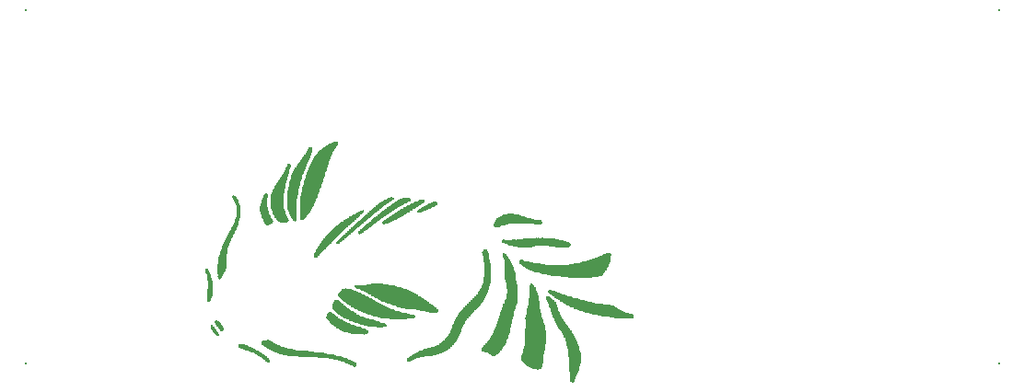
<source format=gts>
G04*
G04 #@! TF.GenerationSoftware,Altium Limited,Altium Designer,23.0.1 (38)*
G04*
G04 Layer_Color=8388736*
%FSLAX25Y25*%
%MOIN*%
G70*
G04*
G04 #@! TF.SameCoordinates,4576DBD2-755A-4E65-B73B-460D234F7A32*
G04*
G04*
G04 #@! TF.FilePolarity,Negative*
G04*
G01*
G75*
%ADD12C,0.00800*%
G36*
X263324Y172778D02*
X263766D01*
Y172557D01*
Y172336D01*
Y172114D01*
Y171893D01*
X263545D01*
Y171672D01*
X262882D01*
Y171451D01*
X262439D01*
Y171230D01*
X261997D01*
Y171009D01*
X261555D01*
Y170787D01*
X261112D01*
Y170566D01*
X260449D01*
Y170345D01*
X260227D01*
Y170124D01*
X259564D01*
Y169903D01*
X259122D01*
Y169681D01*
X258679D01*
Y169460D01*
X258016D01*
Y169239D01*
X257352D01*
Y169018D01*
X256468D01*
Y169239D01*
X256246D01*
Y169460D01*
Y169681D01*
Y169903D01*
X256468D01*
Y170124D01*
X256910D01*
Y170345D01*
X257131D01*
Y170566D01*
X257573D01*
Y170787D01*
X257795D01*
Y171009D01*
X258237D01*
Y171230D01*
X258679D01*
Y171451D01*
X259122D01*
Y171672D01*
X259343D01*
Y171893D01*
X259785D01*
Y172114D01*
X260227D01*
Y172336D01*
X260670D01*
Y172557D01*
X261112D01*
Y172778D01*
X261776D01*
Y172999D01*
X263324D01*
Y172778D01*
D02*
G37*
G36*
X227493Y194675D02*
X227714D01*
Y194453D01*
Y194232D01*
Y194011D01*
Y193790D01*
Y193569D01*
X227493D01*
Y193348D01*
X227272D01*
Y193126D01*
X227051D01*
Y192905D01*
X226830D01*
Y192684D01*
Y192463D01*
X226608D01*
Y192242D01*
X226387D01*
Y192020D01*
Y191799D01*
X226166D01*
Y191578D01*
Y191357D01*
X225945D01*
Y191136D01*
X225724D01*
Y190914D01*
Y190693D01*
Y190472D01*
X225502D01*
Y190251D01*
X225281D01*
Y190030D01*
Y189809D01*
Y189587D01*
X225060D01*
Y189366D01*
Y189145D01*
X224839D01*
Y188924D01*
Y188703D01*
Y188482D01*
X224618D01*
Y188260D01*
Y188039D01*
Y187818D01*
X224397D01*
Y187597D01*
Y187376D01*
Y187154D01*
Y186933D01*
X224176D01*
Y186712D01*
Y186491D01*
X223954D01*
Y186270D01*
Y186049D01*
Y185827D01*
Y185606D01*
X223733D01*
Y185385D01*
Y185164D01*
Y184943D01*
X223512D01*
Y184722D01*
Y184500D01*
Y184279D01*
X223291D01*
Y184058D01*
Y183837D01*
X223070D01*
Y183616D01*
Y183395D01*
Y183173D01*
Y182952D01*
X222848D01*
Y182731D01*
Y182510D01*
Y182289D01*
X222627D01*
Y182067D01*
Y181846D01*
Y181625D01*
X222406D01*
Y181404D01*
Y181183D01*
Y180962D01*
X222185D01*
Y180740D01*
Y180519D01*
Y180298D01*
X221964D01*
Y180077D01*
Y179856D01*
Y179634D01*
X221743D01*
Y179413D01*
Y179192D01*
Y178971D01*
X221521D01*
Y178750D01*
Y178529D01*
Y178307D01*
X221300D01*
Y178086D01*
Y177865D01*
X221079D01*
Y177644D01*
Y177423D01*
Y177201D01*
Y176980D01*
X220858D01*
Y176759D01*
Y176538D01*
X220637D01*
Y176317D01*
Y176096D01*
Y175874D01*
X220415D01*
Y175653D01*
Y175432D01*
Y175211D01*
X220194D01*
Y174990D01*
Y174768D01*
Y174547D01*
X219973D01*
Y174326D01*
Y174105D01*
X219752D01*
Y173884D01*
Y173663D01*
Y173442D01*
X219531D01*
Y173220D01*
Y172999D01*
X219309D01*
Y172778D01*
Y172557D01*
Y172336D01*
X219088D01*
Y172114D01*
Y171893D01*
X218867D01*
Y171672D01*
Y171451D01*
X218646D01*
Y171230D01*
Y171009D01*
X218425D01*
Y170787D01*
X218204D01*
Y170566D01*
Y170345D01*
X217983D01*
Y170124D01*
Y169903D01*
X217761D01*
Y169681D01*
X217540D01*
Y169460D01*
Y169239D01*
X217319D01*
Y169018D01*
Y168797D01*
X217098D01*
Y168576D01*
X216877D01*
Y168354D01*
X216655D01*
Y168133D01*
X216434D01*
Y167912D01*
X216213D01*
Y167691D01*
Y167470D01*
X215992D01*
Y167248D01*
X215771D01*
Y167027D01*
X215549D01*
Y166806D01*
X215328D01*
Y166585D01*
X215107D01*
Y166364D01*
X214444D01*
Y166585D01*
X214001D01*
Y166806D01*
Y167027D01*
X213780D01*
Y167248D01*
Y167470D01*
Y167691D01*
Y167912D01*
Y168133D01*
Y168354D01*
Y168576D01*
Y168797D01*
Y169018D01*
Y169239D01*
Y169460D01*
Y169681D01*
Y169903D01*
Y170124D01*
Y170345D01*
Y170566D01*
Y170787D01*
Y171009D01*
Y171230D01*
Y171451D01*
Y171672D01*
Y171893D01*
Y172114D01*
Y172336D01*
Y172557D01*
Y172778D01*
Y172999D01*
Y173220D01*
X214001D01*
Y173442D01*
Y173663D01*
Y173884D01*
Y174105D01*
Y174326D01*
Y174547D01*
Y174768D01*
Y174990D01*
X214222D01*
Y175211D01*
Y175432D01*
Y175653D01*
Y175874D01*
Y176096D01*
Y176317D01*
X214444D01*
Y176538D01*
Y176759D01*
Y176980D01*
Y177201D01*
X214665D01*
Y177423D01*
Y177644D01*
Y177865D01*
Y178086D01*
Y178307D01*
Y178529D01*
X214886D01*
Y178750D01*
Y178971D01*
Y179192D01*
X215107D01*
Y179413D01*
Y179634D01*
Y179856D01*
Y180077D01*
X215328D01*
Y180298D01*
Y180519D01*
Y180740D01*
X215549D01*
Y180962D01*
Y181183D01*
Y181404D01*
X215771D01*
Y181625D01*
Y181846D01*
Y182067D01*
X215992D01*
Y182289D01*
Y182510D01*
Y182731D01*
X216213D01*
Y182952D01*
Y183173D01*
X216434D01*
Y183395D01*
Y183616D01*
Y183837D01*
X216655D01*
Y184058D01*
Y184279D01*
Y184500D01*
X216877D01*
Y184722D01*
Y184943D01*
X217098D01*
Y185164D01*
Y185385D01*
X217319D01*
Y185606D01*
Y185827D01*
Y186049D01*
X217540D01*
Y186270D01*
Y186491D01*
X217761D01*
Y186712D01*
Y186933D01*
X217983D01*
Y187154D01*
Y187376D01*
X218204D01*
Y187597D01*
Y187818D01*
X218425D01*
Y188039D01*
Y188260D01*
X218646D01*
Y188482D01*
Y188703D01*
X218867D01*
Y188924D01*
Y189145D01*
X219088D01*
Y189366D01*
X219309D01*
Y189587D01*
Y189809D01*
X219531D01*
Y190030D01*
X219752D01*
Y190251D01*
X219973D01*
Y190472D01*
X220194D01*
Y190693D01*
X220415D01*
Y190914D01*
Y191136D01*
X220637D01*
Y191357D01*
X220858D01*
Y191578D01*
X221079D01*
Y191799D01*
X221521D01*
Y192020D01*
X221743D01*
Y192242D01*
X221964D01*
Y192463D01*
X222406D01*
Y192684D01*
X222627D01*
Y192905D01*
X222848D01*
Y193126D01*
X223291D01*
Y193348D01*
X223733D01*
Y193569D01*
X223954D01*
Y193790D01*
X224397D01*
Y194011D01*
X224839D01*
Y194232D01*
X225281D01*
Y194453D01*
X225945D01*
Y194675D01*
X226387D01*
Y194896D01*
X227493D01*
Y194675D01*
D02*
G37*
G36*
X218204Y192463D02*
Y192242D01*
X218425D01*
Y192020D01*
Y191799D01*
Y191578D01*
X218204D01*
Y191357D01*
Y191136D01*
Y190914D01*
Y190693D01*
X217983D01*
Y190472D01*
Y190251D01*
Y190030D01*
Y189809D01*
X217761D01*
Y189587D01*
Y189366D01*
Y189145D01*
X217540D01*
Y188924D01*
Y188703D01*
X217319D01*
Y188482D01*
Y188260D01*
X217098D01*
Y188039D01*
Y187818D01*
X216877D01*
Y187597D01*
Y187376D01*
X216655D01*
Y187154D01*
Y186933D01*
X216434D01*
Y186712D01*
Y186491D01*
X216213D01*
Y186270D01*
Y186049D01*
Y185827D01*
X215992D01*
Y185606D01*
Y185385D01*
X215771D01*
Y185164D01*
Y184943D01*
X215549D01*
Y184722D01*
Y184500D01*
Y184279D01*
X215328D01*
Y184058D01*
Y183837D01*
X215107D01*
Y183616D01*
Y183395D01*
Y183173D01*
X214886D01*
Y182952D01*
Y182731D01*
X214665D01*
Y182510D01*
Y182289D01*
Y182067D01*
X214444D01*
Y181846D01*
Y181625D01*
Y181404D01*
Y181183D01*
X214222D01*
Y180962D01*
Y180740D01*
Y180519D01*
X214001D01*
Y180298D01*
Y180077D01*
Y179856D01*
Y179634D01*
X213780D01*
Y179413D01*
Y179192D01*
Y178971D01*
Y178750D01*
X213559D01*
Y178529D01*
Y178307D01*
Y178086D01*
Y177865D01*
X213338D01*
Y177644D01*
Y177423D01*
Y177201D01*
Y176980D01*
Y176759D01*
X213117D01*
Y176538D01*
Y176317D01*
Y176096D01*
Y175874D01*
Y175653D01*
Y175432D01*
X212895D01*
Y175211D01*
Y174990D01*
Y174768D01*
Y174547D01*
Y174326D01*
Y174105D01*
X212674D01*
Y173884D01*
Y173663D01*
Y173442D01*
Y173220D01*
Y172999D01*
Y172778D01*
Y172557D01*
Y172336D01*
Y172114D01*
Y171893D01*
Y171672D01*
Y171451D01*
Y171230D01*
Y171009D01*
Y170787D01*
Y170566D01*
Y170345D01*
Y170124D01*
Y169903D01*
Y169681D01*
X212453D01*
Y169460D01*
Y169239D01*
Y169018D01*
X212674D01*
Y168797D01*
Y168576D01*
Y168354D01*
Y168133D01*
Y167912D01*
Y167691D01*
Y167470D01*
Y167248D01*
Y167027D01*
Y166806D01*
Y166585D01*
Y166364D01*
X212453D01*
Y166143D01*
X212232D01*
Y165921D01*
X211789D01*
Y166143D01*
X211347D01*
Y166364D01*
X211126D01*
Y166585D01*
Y166806D01*
X210905D01*
Y167027D01*
X210684D01*
Y167248D01*
Y167470D01*
X210462D01*
Y167691D01*
Y167912D01*
X210241D01*
Y168133D01*
Y168354D01*
X210020D01*
Y168576D01*
Y168797D01*
X209799D01*
Y169018D01*
Y169239D01*
Y169460D01*
X209578D01*
Y169681D01*
Y169903D01*
Y170124D01*
X209356D01*
Y170345D01*
Y170566D01*
Y170787D01*
Y171009D01*
Y171230D01*
Y171451D01*
X209135D01*
Y171672D01*
Y171893D01*
Y172114D01*
Y172336D01*
Y172557D01*
Y172778D01*
Y172999D01*
Y173220D01*
Y173442D01*
Y173663D01*
Y173884D01*
Y174105D01*
Y174326D01*
Y174547D01*
Y174768D01*
Y174990D01*
Y175211D01*
Y175432D01*
Y175653D01*
X209356D01*
Y175874D01*
Y176096D01*
Y176317D01*
Y176538D01*
Y176759D01*
Y176980D01*
Y177201D01*
X209578D01*
Y177423D01*
Y177644D01*
Y177865D01*
Y178086D01*
Y178307D01*
Y178529D01*
X209799D01*
Y178750D01*
Y178971D01*
Y179192D01*
X210020D01*
Y179413D01*
Y179634D01*
Y179856D01*
Y180077D01*
X210241D01*
Y180298D01*
X210020D01*
Y180519D01*
X210241D01*
Y180740D01*
Y180962D01*
Y181183D01*
X210462D01*
Y181404D01*
Y181625D01*
Y181846D01*
Y182067D01*
Y182289D01*
X210684D01*
Y182510D01*
Y182731D01*
Y182952D01*
X210905D01*
Y183173D01*
Y183395D01*
Y183616D01*
X211126D01*
Y183837D01*
X211347D01*
Y184058D01*
Y184279D01*
X211568D01*
Y184500D01*
Y184722D01*
X211789D01*
Y184943D01*
X212011D01*
Y185164D01*
Y185385D01*
X212232D01*
Y185606D01*
X212453D01*
Y185827D01*
Y186049D01*
X212674D01*
Y186270D01*
X212895D01*
Y186491D01*
Y186712D01*
X213117D01*
Y186933D01*
X213338D01*
Y187154D01*
X213559D01*
Y187376D01*
Y187597D01*
X213780D01*
Y187818D01*
X214001D01*
Y188039D01*
Y188260D01*
X214222D01*
Y188482D01*
X214444D01*
Y188703D01*
X214665D01*
Y188924D01*
Y189145D01*
X214886D01*
Y189366D01*
X215107D01*
Y189587D01*
Y189809D01*
X215328D01*
Y190030D01*
X215549D01*
Y190251D01*
X215771D01*
Y190472D01*
Y190693D01*
X215992D01*
Y190914D01*
X216213D01*
Y191136D01*
Y191357D01*
X216434D01*
Y191578D01*
X216655D01*
Y191799D01*
Y192020D01*
X216877D01*
Y192242D01*
Y192463D01*
X217098D01*
Y192684D01*
X218204D01*
Y192463D01*
D02*
G37*
G36*
X210241Y186491D02*
X210462D01*
Y186270D01*
Y186049D01*
Y185827D01*
Y185606D01*
X210241D01*
Y185385D01*
Y185164D01*
Y184943D01*
X210020D01*
Y184722D01*
Y184500D01*
Y184279D01*
Y184058D01*
X209799D01*
Y183837D01*
Y183616D01*
Y183395D01*
Y183173D01*
X209578D01*
Y182952D01*
Y182731D01*
Y182510D01*
Y182289D01*
X209356D01*
Y182067D01*
Y181846D01*
Y181625D01*
X209135D01*
Y181404D01*
Y181183D01*
Y180962D01*
Y180740D01*
X208914D01*
Y180519D01*
Y180298D01*
Y180077D01*
Y179856D01*
X208693D01*
Y179634D01*
Y179413D01*
Y179192D01*
Y178971D01*
Y178750D01*
X208472D01*
Y178529D01*
Y178307D01*
Y178086D01*
Y177865D01*
X208251D01*
Y177644D01*
Y177423D01*
Y177201D01*
Y176980D01*
Y176759D01*
Y176538D01*
Y176317D01*
Y176096D01*
X208030D01*
Y175874D01*
Y175653D01*
Y175432D01*
Y175211D01*
Y174990D01*
Y174768D01*
Y174547D01*
Y174326D01*
Y174105D01*
Y173884D01*
Y173663D01*
Y173442D01*
Y173220D01*
Y172999D01*
Y172778D01*
Y172557D01*
Y172336D01*
Y172114D01*
Y171893D01*
Y171672D01*
Y171451D01*
Y171230D01*
Y171009D01*
Y170787D01*
Y170566D01*
X208251D01*
Y170345D01*
Y170124D01*
Y169903D01*
Y169681D01*
X208472D01*
Y169460D01*
Y169239D01*
Y169018D01*
Y168797D01*
X208693D01*
Y168576D01*
Y168354D01*
X208914D01*
Y168133D01*
Y167912D01*
Y167691D01*
X209135D01*
Y167470D01*
Y167248D01*
X209356D01*
Y167027D01*
X209578D01*
Y166806D01*
Y166585D01*
X209799D01*
Y166364D01*
Y166143D01*
X209578D01*
Y165921D01*
Y165700D01*
X209135D01*
Y165479D01*
X206702D01*
Y165700D01*
X206260D01*
Y165921D01*
X205818D01*
Y166143D01*
X205596D01*
Y166364D01*
X205375D01*
Y166585D01*
Y166806D01*
X205154D01*
Y167027D01*
X204933D01*
Y167248D01*
X204712D01*
Y167470D01*
Y167691D01*
X204491D01*
Y167912D01*
Y168133D01*
X204269D01*
Y168354D01*
Y168576D01*
X204048D01*
Y168797D01*
Y169018D01*
Y169239D01*
X203827D01*
Y169460D01*
Y169681D01*
Y169903D01*
X203606D01*
Y170124D01*
Y170345D01*
Y170566D01*
X203385D01*
Y170787D01*
Y171009D01*
Y171230D01*
Y171451D01*
X203164D01*
Y171672D01*
Y171893D01*
Y172114D01*
Y172336D01*
Y172557D01*
Y172778D01*
Y172999D01*
Y173220D01*
Y173442D01*
Y173663D01*
Y173884D01*
Y174105D01*
Y174326D01*
Y174547D01*
Y174768D01*
X203385D01*
Y174990D01*
Y175211D01*
Y175432D01*
Y175653D01*
Y175874D01*
X203606D01*
Y176096D01*
Y176317D01*
X203827D01*
Y176538D01*
Y176759D01*
Y176980D01*
X204048D01*
Y177201D01*
Y177423D01*
X204269D01*
Y177644D01*
Y177865D01*
X204491D01*
Y178086D01*
Y178307D01*
X204712D01*
Y178529D01*
Y178750D01*
Y178971D01*
X204933D01*
Y179192D01*
X205154D01*
Y179413D01*
X205375D01*
Y179634D01*
Y179856D01*
X205596D01*
Y180077D01*
X205818D01*
Y180298D01*
Y180519D01*
X206039D01*
Y180740D01*
X206260D01*
Y180962D01*
Y181183D01*
X206481D01*
Y181404D01*
X206702D01*
Y181625D01*
Y181846D01*
X206924D01*
Y182067D01*
X207145D01*
Y182289D01*
Y182510D01*
X207366D01*
Y182731D01*
X207587D01*
Y182952D01*
Y183173D01*
X207808D01*
Y183395D01*
Y183616D01*
X208030D01*
Y183837D01*
X208251D01*
Y184058D01*
Y184279D01*
Y184500D01*
X208472D01*
Y184722D01*
Y184943D01*
X208693D01*
Y185164D01*
Y185385D01*
X208914D01*
Y185606D01*
Y185827D01*
X209135D01*
Y186049D01*
Y186270D01*
Y186491D01*
X209356D01*
Y186712D01*
X210241D01*
Y186491D01*
D02*
G37*
G36*
X291414Y168576D02*
X292519D01*
Y168354D01*
X293183D01*
Y168133D01*
X293847D01*
Y167912D01*
X294289D01*
Y167691D01*
X295174D01*
Y167470D01*
X296058D01*
Y167248D01*
X296501D01*
Y167027D01*
X297607D01*
Y166806D01*
X298712D01*
Y166585D01*
X300703D01*
Y166364D01*
X301146D01*
Y166143D01*
X301367D01*
Y165921D01*
X301588D01*
Y165700D01*
Y165479D01*
Y165258D01*
Y165037D01*
X301146D01*
Y164815D01*
X298712D01*
Y165037D01*
X297607D01*
Y165258D01*
X296501D01*
Y165037D01*
X296058D01*
Y165258D01*
X290750D01*
Y165037D01*
X289423D01*
Y164815D01*
X288317D01*
Y164594D01*
X287432D01*
Y164373D01*
X286548D01*
Y164152D01*
X286105D01*
Y163931D01*
X285221D01*
Y163710D01*
X284336D01*
Y163931D01*
X284115D01*
Y164152D01*
X283894D01*
Y164373D01*
Y164594D01*
Y164815D01*
Y165037D01*
X284115D01*
Y165258D01*
Y165479D01*
X284336D01*
Y165700D01*
Y165921D01*
X284557D01*
Y166143D01*
Y166364D01*
X284778D01*
Y166585D01*
X284999D01*
Y166806D01*
Y167027D01*
X285221D01*
Y167248D01*
X285442D01*
Y167470D01*
X286105D01*
Y167691D01*
X286327D01*
Y167912D01*
X286769D01*
Y168133D01*
X287432D01*
Y168354D01*
X288096D01*
Y168576D01*
X288981D01*
Y168797D01*
X291414D01*
Y168576D01*
D02*
G37*
G36*
X258679Y173663D02*
X258900D01*
Y173442D01*
Y173220D01*
X259122D01*
Y172999D01*
X258900D01*
Y172778D01*
X258679D01*
Y172557D01*
X258458D01*
Y172336D01*
X258016D01*
Y172114D01*
X257573D01*
Y171893D01*
X257352D01*
Y171672D01*
X256910D01*
Y171451D01*
X256468D01*
Y171230D01*
X256246D01*
Y171009D01*
X255804D01*
Y170787D01*
X255583D01*
Y170566D01*
X255140D01*
Y170345D01*
X254698D01*
Y170124D01*
X254477D01*
Y169903D01*
X254034D01*
Y169681D01*
X253592D01*
Y169460D01*
Y169239D01*
X253150D01*
Y169018D01*
X252708D01*
Y168797D01*
X252265D01*
Y168576D01*
X251823D01*
Y168354D01*
X251602D01*
Y168133D01*
X251159D01*
Y167912D01*
X250938D01*
Y167691D01*
X250717D01*
Y167470D01*
X250053D01*
Y167248D01*
X249832D01*
Y167027D01*
X249390D01*
Y166806D01*
X248947D01*
Y166585D01*
X248284D01*
Y166364D01*
X248063D01*
Y166143D01*
X247399D01*
Y165921D01*
X247178D01*
Y165700D01*
X246736D01*
Y165479D01*
X246072D01*
Y165258D01*
X245409D01*
Y165037D01*
X244524D01*
Y164815D01*
X244081D01*
Y165037D01*
X243639D01*
Y165258D01*
Y165479D01*
Y165700D01*
Y165921D01*
X244081D01*
Y166143D01*
X244303D01*
Y166364D01*
X244745D01*
Y166585D01*
X244966D01*
Y166806D01*
X245187D01*
Y167027D01*
X245630D01*
Y167248D01*
X245851D01*
Y167470D01*
X246293D01*
Y167691D01*
X246515D01*
Y167912D01*
X246957D01*
Y168133D01*
X247178D01*
Y168354D01*
X247399D01*
Y168576D01*
X247842D01*
Y168797D01*
X248284D01*
Y169018D01*
X248505D01*
Y169239D01*
X248947D01*
Y169460D01*
X249390D01*
Y169681D01*
X249611D01*
Y169903D01*
X250053D01*
Y170124D01*
X250274D01*
Y170345D01*
X250717D01*
Y170566D01*
X251159D01*
Y170787D01*
X251380D01*
Y171009D01*
X252044D01*
Y171230D01*
X252265D01*
Y171451D01*
X252708D01*
Y171672D01*
X253150D01*
Y171893D01*
X253592D01*
Y172114D01*
X254034D01*
Y172336D01*
X254477D01*
Y172557D01*
X254919D01*
Y172778D01*
X255362D01*
Y172999D01*
X256025D01*
Y173220D01*
X256468D01*
Y173442D01*
X256910D01*
Y173663D01*
X257573D01*
Y173884D01*
X258679D01*
Y173663D01*
D02*
G37*
G36*
X201836Y175874D02*
X202058D01*
Y175653D01*
X202279D01*
Y175432D01*
Y175211D01*
Y174990D01*
Y174768D01*
Y174547D01*
X202058D01*
Y174326D01*
Y174105D01*
Y173884D01*
Y173663D01*
Y173442D01*
Y173220D01*
Y172999D01*
Y172778D01*
Y172557D01*
Y172336D01*
Y172114D01*
Y171893D01*
Y171672D01*
Y171451D01*
Y171230D01*
Y171009D01*
X202279D01*
Y170787D01*
Y170566D01*
Y170345D01*
Y170124D01*
Y169903D01*
X202500D01*
Y169681D01*
Y169460D01*
Y169239D01*
X202721D01*
Y169018D01*
Y168797D01*
Y168576D01*
X202942D01*
Y168354D01*
Y168133D01*
X203164D01*
Y167912D01*
Y167691D01*
X203385D01*
Y167470D01*
Y167248D01*
X203606D01*
Y167027D01*
Y166806D01*
X203827D01*
Y166585D01*
X204048D01*
Y166364D01*
Y166143D01*
X204269D01*
Y165921D01*
Y165700D01*
X204048D01*
Y165479D01*
Y165258D01*
X203827D01*
Y165037D01*
X203385D01*
Y164815D01*
X202721D01*
Y164594D01*
X201615D01*
Y164815D01*
X201394D01*
Y165037D01*
X201173D01*
Y165258D01*
X200952D01*
Y165479D01*
Y165700D01*
X200731D01*
Y165921D01*
Y166143D01*
X200509D01*
Y166364D01*
Y166585D01*
Y166806D01*
X200288D01*
Y167027D01*
Y167248D01*
X200067D01*
Y167470D01*
Y167691D01*
Y167912D01*
X199846D01*
Y168133D01*
Y168354D01*
X199625D01*
Y168576D01*
Y168797D01*
Y169018D01*
Y169239D01*
Y169460D01*
X199404D01*
Y169681D01*
Y169903D01*
Y170124D01*
Y170345D01*
Y170566D01*
Y170787D01*
Y171009D01*
Y171230D01*
Y171451D01*
X199625D01*
Y171672D01*
Y171893D01*
Y172114D01*
Y172336D01*
Y172557D01*
X199846D01*
Y172778D01*
Y172999D01*
Y173220D01*
X200067D01*
Y173442D01*
Y173663D01*
Y173884D01*
X200288D01*
Y174105D01*
Y174326D01*
Y174547D01*
X200509D01*
Y174768D01*
Y174990D01*
X200731D01*
Y175211D01*
Y175432D01*
X200952D01*
Y175653D01*
Y175874D01*
X201394D01*
Y176096D01*
X201836D01*
Y175874D01*
D02*
G37*
G36*
X253150Y174326D02*
X253592D01*
Y174105D01*
X253813D01*
Y173884D01*
Y173663D01*
Y173442D01*
Y173220D01*
X253371D01*
Y172999D01*
X252929D01*
Y172778D01*
X252486D01*
Y172557D01*
X252265D01*
Y172336D01*
X251602D01*
Y172114D01*
X251159D01*
Y171893D01*
X250938D01*
Y171672D01*
X250496D01*
Y171451D01*
X250053D01*
Y171230D01*
X249832D01*
Y171009D01*
X249390D01*
Y170787D01*
X248947D01*
Y170566D01*
X248726D01*
Y170345D01*
X248284D01*
Y170124D01*
X247842D01*
Y169903D01*
X247620D01*
Y169681D01*
X247178D01*
Y169460D01*
X246957D01*
Y169239D01*
X246515D01*
Y169018D01*
X246293D01*
Y168797D01*
X245851D01*
Y168576D01*
X245630D01*
Y168354D01*
X245187D01*
Y168133D01*
X244966D01*
Y167912D01*
X244745D01*
Y167691D01*
X244303D01*
Y167470D01*
X244081D01*
Y167248D01*
X243639D01*
Y167027D01*
X243418D01*
Y166806D01*
X242976D01*
Y166585D01*
X242754D01*
Y166364D01*
X242533D01*
Y166143D01*
X242091D01*
Y165921D01*
X241870D01*
Y165700D01*
X241649D01*
Y165479D01*
X241206D01*
Y165258D01*
X240985D01*
Y165037D01*
X240764D01*
Y164815D01*
X240321D01*
Y164594D01*
X240100D01*
Y164373D01*
X239879D01*
Y164152D01*
X239658D01*
Y163931D01*
X239216D01*
Y163710D01*
X238994D01*
Y163488D01*
X238552D01*
Y163267D01*
X238331D01*
Y163046D01*
X238110D01*
Y162825D01*
X237667D01*
Y162604D01*
X237446D01*
Y162382D01*
X237004D01*
Y162161D01*
X236783D01*
Y161940D01*
X236340D01*
Y161719D01*
X236119D01*
Y161498D01*
X235677D01*
Y161277D01*
X235234D01*
Y161498D01*
X234792D01*
Y161719D01*
Y161940D01*
Y162161D01*
Y162382D01*
X235013D01*
Y162604D01*
X235456D01*
Y162825D01*
Y163046D01*
X235898D01*
Y163267D01*
X236119D01*
Y163488D01*
X236561D01*
Y163710D01*
X236783D01*
Y163931D01*
X237004D01*
Y164152D01*
X237225D01*
Y164373D01*
X237446D01*
Y164594D01*
X237667D01*
Y164815D01*
X237889D01*
Y165037D01*
X238331D01*
Y165258D01*
X238552D01*
Y165479D01*
X238773D01*
Y165700D01*
X238994D01*
Y165921D01*
X239437D01*
Y166143D01*
X239658D01*
Y166364D01*
X239879D01*
Y166585D01*
X240100D01*
Y166806D01*
X240321D01*
Y167027D01*
X240764D01*
Y167248D01*
Y167470D01*
X241206D01*
Y167691D01*
X241427D01*
Y167912D01*
X241870D01*
Y168133D01*
X242091D01*
Y168354D01*
X242312D01*
Y168576D01*
X242533D01*
Y168797D01*
X242976D01*
Y169018D01*
X243197D01*
Y169239D01*
X243418D01*
Y169460D01*
X243639D01*
Y169681D01*
X244081D01*
Y169903D01*
X244303D01*
Y170124D01*
X244524D01*
Y170345D01*
X244966D01*
Y170566D01*
X245187D01*
Y170787D01*
X245409D01*
Y171009D01*
X245851D01*
Y171230D01*
X246072D01*
Y171451D01*
X246515D01*
Y171672D01*
X246736D01*
Y171893D01*
X246957D01*
Y172114D01*
X247178D01*
Y172336D01*
X247620D01*
Y172557D01*
X247842D01*
Y172778D01*
X248284D01*
Y172999D01*
X248505D01*
Y173220D01*
X248947D01*
Y173442D01*
X249169D01*
Y173663D01*
X249611D01*
Y173884D01*
X250053D01*
Y174105D01*
X250938D01*
Y174326D01*
X251602D01*
Y174547D01*
X253150D01*
Y174326D01*
D02*
G37*
G36*
X301809Y159950D02*
X304684D01*
Y159728D01*
X306233D01*
Y159507D01*
X307560D01*
Y159286D01*
X308665D01*
Y159065D01*
X309329D01*
Y158844D01*
X310214D01*
Y158623D01*
X310877D01*
Y158401D01*
X311320D01*
Y158180D01*
X311541D01*
Y157959D01*
X311983D01*
Y157738D01*
Y157517D01*
Y157296D01*
Y157074D01*
X311762D01*
Y156853D01*
X311320D01*
Y156632D01*
X306233D01*
Y156853D01*
X303800D01*
Y157074D01*
X301809D01*
Y157296D01*
X300924D01*
Y157074D01*
X298934D01*
Y156853D01*
X298049D01*
Y156632D01*
X292519D01*
Y156853D01*
X290971D01*
Y157074D01*
X290087D01*
Y157296D01*
X289202D01*
Y157517D01*
X288981D01*
Y157738D01*
X288317D01*
Y157959D01*
X287875D01*
Y158180D01*
X286990D01*
Y158401D01*
X286769D01*
Y158623D01*
Y158844D01*
Y159065D01*
X286990D01*
Y159286D01*
X287432D01*
Y159507D01*
X288096D01*
Y159286D01*
X290750D01*
Y159507D01*
X292077D01*
Y159286D01*
X292298D01*
Y159507D01*
X294510D01*
Y159728D01*
X296501D01*
Y159950D01*
X299376D01*
Y160171D01*
X299597D01*
Y159950D01*
X299818D01*
Y160171D01*
X300261D01*
Y159950D01*
X301367D01*
Y160171D01*
X301809D01*
Y159950D01*
D02*
G37*
G36*
X247399Y174547D02*
X247620D01*
Y174326D01*
X247842D01*
Y174105D01*
Y173884D01*
X247620D01*
Y173663D01*
X247178D01*
Y173442D01*
X246957D01*
Y173220D01*
X246515D01*
Y172999D01*
X246293D01*
Y172778D01*
X245851D01*
Y172557D01*
X245630D01*
Y172336D01*
X245187D01*
Y172114D01*
X244966D01*
Y171893D01*
X244745D01*
Y171672D01*
X244303D01*
Y171451D01*
X244081D01*
Y171230D01*
X243860D01*
Y171009D01*
X243639D01*
Y170787D01*
X243197D01*
Y170566D01*
X242976D01*
Y170345D01*
X242754D01*
Y170124D01*
X242533D01*
Y169903D01*
X242091D01*
Y169681D01*
X241870D01*
Y169460D01*
X241649D01*
Y169239D01*
X241206D01*
Y169018D01*
X240985D01*
Y168797D01*
X240764D01*
Y168576D01*
X240543D01*
Y168354D01*
X240321D01*
Y168133D01*
X239879D01*
Y167912D01*
X239658D01*
Y167691D01*
X239437D01*
Y167470D01*
X239216D01*
Y167248D01*
X238994D01*
Y167027D01*
X238552D01*
Y166806D01*
X238331D01*
Y166585D01*
X238110D01*
Y166364D01*
X237889D01*
Y166143D01*
X237446D01*
Y165921D01*
Y165700D01*
X237004D01*
Y165479D01*
X236783D01*
Y165258D01*
X236561D01*
Y165037D01*
X236340D01*
Y164815D01*
X235898D01*
Y164594D01*
X235677D01*
Y164373D01*
X235456D01*
Y164152D01*
X235234D01*
Y163931D01*
X235013D01*
Y163710D01*
X234571D01*
Y163488D01*
X234350D01*
Y163267D01*
X234128D01*
Y163046D01*
X233907D01*
Y162825D01*
X233686D01*
Y162604D01*
X233465D01*
Y162382D01*
X233244D01*
Y162161D01*
X232801D01*
Y161940D01*
X232580D01*
Y161719D01*
X232359D01*
Y161498D01*
X232138D01*
Y161277D01*
X231917D01*
Y161056D01*
X231696D01*
Y160834D01*
X231253D01*
Y160613D01*
X231032D01*
Y160392D01*
X230811D01*
Y160171D01*
X230590D01*
Y159950D01*
X230147D01*
Y159728D01*
X229926D01*
Y159507D01*
Y159286D01*
X229705D01*
Y159065D01*
X229263D01*
Y158844D01*
X228820D01*
Y158623D01*
Y158401D01*
X228378D01*
Y158180D01*
X228157D01*
Y157959D01*
X227936D01*
Y157738D01*
X226830D01*
Y157959D01*
Y158180D01*
Y158401D01*
X227051D01*
Y158623D01*
X227272D01*
Y158844D01*
X227493D01*
Y159065D01*
X227714D01*
Y159286D01*
X227936D01*
Y159507D01*
X228157D01*
Y159728D01*
X228378D01*
Y159950D01*
X228599D01*
Y160171D01*
X228820D01*
Y160392D01*
X229041D01*
Y160613D01*
X229263D01*
Y160834D01*
X229484D01*
Y161056D01*
X229705D01*
Y161277D01*
X230147D01*
Y161498D01*
Y161719D01*
X230590D01*
Y161940D01*
X230811D01*
Y162161D01*
X231032D01*
Y162382D01*
X231253D01*
Y162604D01*
X231474D01*
Y162825D01*
X231696D01*
Y163046D01*
X231917D01*
Y163267D01*
X232138D01*
Y163488D01*
X232359D01*
Y163710D01*
X232580D01*
Y163931D01*
X232801D01*
Y164152D01*
X233244D01*
Y164373D01*
X233465D01*
Y164594D01*
X233686D01*
Y164815D01*
X233907D01*
Y165037D01*
X234128D01*
Y165258D01*
X234350D01*
Y165479D01*
X234571D01*
Y165700D01*
X234792D01*
Y165921D01*
X235013D01*
Y166143D01*
X235456D01*
Y166364D01*
X235677D01*
Y166585D01*
X235898D01*
Y166806D01*
X236119D01*
Y167027D01*
X236340D01*
Y167248D01*
X236561D01*
Y167470D01*
X236783D01*
Y167691D01*
X237004D01*
Y167912D01*
X237225D01*
Y168133D01*
X237446D01*
Y168354D01*
X237889D01*
Y168576D01*
X238110D01*
Y168797D01*
X238331D01*
Y169018D01*
X238552D01*
Y169239D01*
X238773D01*
Y169460D01*
X238994D01*
Y169681D01*
X239437D01*
Y169903D01*
Y170124D01*
X239879D01*
Y170345D01*
X240100D01*
Y170566D01*
X240321D01*
Y170787D01*
X240543D01*
Y171009D01*
X240764D01*
Y171230D01*
X241206D01*
Y171451D01*
X241427D01*
Y171672D01*
X241649D01*
Y171893D01*
X241870D01*
Y172114D01*
X242312D01*
Y172336D01*
X242533D01*
Y172557D01*
X242754D01*
Y172778D01*
X243197D01*
Y172999D01*
X243639D01*
Y173220D01*
X244081D01*
Y173442D01*
X244303D01*
Y173663D01*
X244745D01*
Y173884D01*
X245187D01*
Y174105D01*
X245630D01*
Y174326D01*
X246072D01*
Y174547D01*
X246736D01*
Y174768D01*
X247399D01*
Y174547D01*
D02*
G37*
G36*
X236783Y169903D02*
X237004D01*
Y169681D01*
Y169460D01*
Y169239D01*
X236783D01*
Y169018D01*
X236561D01*
Y168797D01*
X236340D01*
Y168576D01*
X236119D01*
Y168354D01*
X235677D01*
Y168133D01*
X235456D01*
Y167912D01*
X235234D01*
Y167691D01*
Y167470D01*
X234792D01*
Y167248D01*
X234571D01*
Y167027D01*
X234350D01*
Y166806D01*
X234128D01*
Y166585D01*
X233907D01*
Y166364D01*
X233686D01*
Y166143D01*
X233465D01*
Y165921D01*
X233244D01*
Y165700D01*
X232801D01*
Y165479D01*
X232580D01*
Y165258D01*
X232359D01*
Y165037D01*
X232138D01*
Y164815D01*
X231917D01*
Y164594D01*
X231696D01*
Y164373D01*
X231253D01*
Y164152D01*
Y163931D01*
X231032D01*
Y163710D01*
X230590D01*
Y163488D01*
X230368D01*
Y163267D01*
X230147D01*
Y163046D01*
X229926D01*
Y162825D01*
X229705D01*
Y162604D01*
X229484D01*
Y162382D01*
X229263D01*
Y162161D01*
X229041D01*
Y161940D01*
X228820D01*
Y161719D01*
X228599D01*
Y161498D01*
X228378D01*
Y161277D01*
X228157D01*
Y161056D01*
X227936D01*
Y160834D01*
X227714D01*
Y160613D01*
X227493D01*
Y160392D01*
X227272D01*
Y160171D01*
X227051D01*
Y159950D01*
X226830D01*
Y159728D01*
X226608D01*
Y159507D01*
X226387D01*
Y159286D01*
X226166D01*
Y159065D01*
X225945D01*
Y158844D01*
X225724D01*
Y158623D01*
X225502D01*
Y158401D01*
X225281D01*
Y158180D01*
Y157959D01*
X224839D01*
Y157738D01*
X224618D01*
Y157517D01*
X224397D01*
Y157296D01*
X224176D01*
Y157074D01*
X223954D01*
Y156853D01*
X223733D01*
Y156632D01*
X223512D01*
Y156411D01*
X223291D01*
Y156190D01*
Y155968D01*
X222848D01*
Y155747D01*
X222627D01*
Y155526D01*
X222406D01*
Y155305D01*
X222185D01*
Y155084D01*
X221964D01*
Y154862D01*
X221743D01*
Y154641D01*
X221521D01*
Y154420D01*
X221300D01*
Y154199D01*
Y153978D01*
X221079D01*
Y153757D01*
X220858D01*
Y153535D01*
X220637D01*
Y153314D01*
X220415D01*
Y153093D01*
X220194D01*
Y152872D01*
X219973D01*
Y152651D01*
X219309D01*
Y152872D01*
X219088D01*
Y153093D01*
X218867D01*
Y153314D01*
Y153535D01*
Y153757D01*
X219088D01*
Y153978D01*
Y154199D01*
Y154420D01*
X219309D01*
Y154641D01*
Y154862D01*
X219531D01*
Y155084D01*
Y155305D01*
X219752D01*
Y155526D01*
Y155747D01*
X219973D01*
Y155968D01*
Y156190D01*
X220194D01*
Y156411D01*
Y156632D01*
X220415D01*
Y156853D01*
X220637D01*
Y157074D01*
Y157296D01*
X220858D01*
Y157517D01*
X221079D01*
Y157738D01*
Y157959D01*
X221300D01*
Y158180D01*
X221521D01*
Y158401D01*
X221743D01*
Y158623D01*
Y158844D01*
X221964D01*
Y159065D01*
X222185D01*
Y159286D01*
Y159507D01*
X222406D01*
Y159728D01*
X222627D01*
Y159950D01*
X222848D01*
Y160171D01*
Y160392D01*
X223070D01*
Y160613D01*
X223291D01*
Y160834D01*
X223512D01*
Y161056D01*
X223733D01*
Y161277D01*
X223954D01*
Y161498D01*
X224176D01*
Y161719D01*
X224397D01*
Y161940D01*
X224618D01*
Y162161D01*
X224839D01*
Y162382D01*
X225060D01*
Y162604D01*
X225281D01*
Y162825D01*
X225502D01*
Y163046D01*
X225724D01*
Y163267D01*
X225945D01*
Y163488D01*
X226166D01*
Y163710D01*
X226387D01*
Y163931D01*
X226608D01*
Y164152D01*
X227051D01*
Y164373D01*
X227272D01*
Y164594D01*
X227493D01*
Y164815D01*
X227936D01*
Y165037D01*
X228157D01*
Y165258D01*
X228378D01*
Y165479D01*
X228599D01*
Y165700D01*
X229041D01*
Y165921D01*
X229484D01*
Y166143D01*
X229705D01*
Y166364D01*
X230147D01*
Y166585D01*
X230368D01*
Y166806D01*
X230811D01*
Y167027D01*
X231032D01*
Y167248D01*
X231474D01*
Y167470D01*
X231696D01*
Y167691D01*
X232138D01*
Y167912D01*
X232580D01*
Y168133D01*
X233023D01*
Y168354D01*
X233465D01*
Y168576D01*
X233907D01*
Y168797D01*
X234128D01*
Y169018D01*
X234571D01*
Y169239D01*
X235013D01*
Y169460D01*
X235456D01*
Y169681D01*
X235898D01*
Y169903D01*
X236561D01*
Y170124D01*
X236783D01*
Y169903D01*
D02*
G37*
G36*
X325918Y154420D02*
X326139D01*
Y154199D01*
X326360D01*
Y153978D01*
X326581D01*
Y153757D01*
Y153535D01*
Y153314D01*
X326360D01*
Y153093D01*
Y152872D01*
Y152651D01*
Y152429D01*
X326139D01*
Y152208D01*
Y151987D01*
Y151766D01*
Y151545D01*
Y151324D01*
Y151102D01*
X325918D01*
Y150881D01*
Y150660D01*
Y150439D01*
X325696D01*
Y150218D01*
Y149997D01*
Y149775D01*
X325475D01*
Y149554D01*
Y149333D01*
X325254D01*
Y149112D01*
X325033D01*
Y148891D01*
Y148670D01*
X324812D01*
Y148448D01*
Y148227D01*
X324590D01*
Y148006D01*
X324369D01*
Y147785D01*
Y147564D01*
X324148D01*
Y147342D01*
X323927D01*
Y147121D01*
X323706D01*
Y146900D01*
Y146679D01*
X323484D01*
Y146458D01*
X323263D01*
Y146237D01*
X322821D01*
Y146015D01*
X321936D01*
Y145794D01*
X319724D01*
Y145573D01*
X311099D01*
Y145794D01*
X308223D01*
Y146015D01*
X306233D01*
Y146237D01*
X304463D01*
Y146458D01*
X303357D01*
Y146679D01*
X302030D01*
Y146900D01*
X301146D01*
Y147121D01*
X300482D01*
Y147342D01*
X299597D01*
Y147564D01*
X298712D01*
Y147785D01*
X298049D01*
Y148006D01*
X297607D01*
Y148227D01*
X296943D01*
Y148448D01*
X296280D01*
Y148670D01*
X295837D01*
Y148891D01*
X295616D01*
Y149112D01*
X295174D01*
Y149333D01*
X294953D01*
Y149554D01*
X294510D01*
Y149775D01*
X294289D01*
Y149997D01*
X293847D01*
Y150218D01*
Y150439D01*
X293404D01*
Y150660D01*
X293183D01*
Y150881D01*
Y151102D01*
Y151324D01*
Y151545D01*
Y151766D01*
X293625D01*
Y151987D01*
X294510D01*
Y151766D01*
X294953D01*
Y151545D01*
X295837D01*
Y151324D01*
X296943D01*
Y151102D01*
X298270D01*
Y150881D01*
X299155D01*
Y150660D01*
X300924D01*
Y150439D01*
X302473D01*
Y150218D01*
X306675D01*
Y149997D01*
X308223D01*
Y150218D01*
X311320D01*
Y150439D01*
X313089D01*
Y150660D01*
X314195D01*
Y150881D01*
X315301D01*
Y151102D01*
X315964D01*
Y151324D01*
X317291D01*
Y151545D01*
X317513D01*
Y151766D01*
X318619D01*
Y151987D01*
X319282D01*
Y152208D01*
X319724D01*
Y152429D01*
X320609D01*
Y152651D01*
X321052D01*
Y152872D01*
X321715D01*
Y153093D01*
X322157D01*
Y153314D01*
X322821D01*
Y153535D01*
X323263D01*
Y153757D01*
X323706D01*
Y153978D01*
X324148D01*
Y154199D01*
X324590D01*
Y154420D01*
X324812D01*
Y154641D01*
X325918D01*
Y154420D01*
D02*
G37*
G36*
X189893Y175211D02*
X190335D01*
Y174990D01*
X190556D01*
Y174768D01*
X190778D01*
Y174547D01*
X190999D01*
Y174326D01*
Y174105D01*
X191220D01*
Y173884D01*
Y173663D01*
X191441D01*
Y173442D01*
Y173220D01*
X191662D01*
Y172999D01*
Y172778D01*
Y172557D01*
X191883D01*
Y172336D01*
Y172114D01*
Y171893D01*
Y171672D01*
X192105D01*
Y171451D01*
Y171230D01*
Y171009D01*
Y170787D01*
X192326D01*
Y170566D01*
Y170345D01*
Y170124D01*
Y169903D01*
Y169681D01*
Y169460D01*
Y169239D01*
Y169018D01*
Y168797D01*
Y168576D01*
Y168354D01*
Y168133D01*
X192105D01*
Y167912D01*
Y167691D01*
Y167470D01*
Y167248D01*
Y167027D01*
X191883D01*
Y166806D01*
Y166585D01*
Y166364D01*
Y166143D01*
X191662D01*
Y165921D01*
Y165700D01*
Y165479D01*
Y165258D01*
X191441D01*
Y165037D01*
Y164815D01*
Y164594D01*
X191220D01*
Y164373D01*
Y164152D01*
Y163931D01*
X190999D01*
Y163710D01*
Y163488D01*
X190778D01*
Y163267D01*
Y163046D01*
Y162825D01*
X190556D01*
Y162604D01*
Y162382D01*
X190335D01*
Y162161D01*
Y161940D01*
X190114D01*
Y161719D01*
Y161498D01*
X189893D01*
Y161277D01*
Y161056D01*
X189672D01*
Y160834D01*
Y160613D01*
X189451D01*
Y160392D01*
Y160171D01*
X189229D01*
Y159950D01*
Y159728D01*
X189008D01*
Y159507D01*
Y159286D01*
X188787D01*
Y159065D01*
Y158844D01*
X188566D01*
Y158623D01*
Y158401D01*
Y158180D01*
X188345D01*
Y157959D01*
Y157738D01*
X188123D01*
Y157517D01*
Y157296D01*
X187902D01*
Y157074D01*
Y156853D01*
Y156632D01*
Y156411D01*
X187681D01*
Y156190D01*
Y155968D01*
Y155747D01*
Y155526D01*
Y155305D01*
X187460D01*
Y155084D01*
Y154862D01*
Y154641D01*
Y154420D01*
Y154199D01*
Y153978D01*
X187239D01*
Y153757D01*
Y153535D01*
Y153314D01*
Y153093D01*
Y152872D01*
Y152651D01*
Y152429D01*
Y152208D01*
Y151987D01*
Y151766D01*
Y151545D01*
Y151324D01*
Y151102D01*
Y150881D01*
Y150660D01*
Y150439D01*
Y150218D01*
Y149997D01*
Y149775D01*
Y149554D01*
Y149333D01*
Y149112D01*
Y148891D01*
X187018D01*
Y148670D01*
Y148448D01*
Y148227D01*
X186796D01*
Y148006D01*
Y147785D01*
X186575D01*
Y147564D01*
X186354D01*
Y147342D01*
Y147121D01*
Y146900D01*
X186133D01*
Y146679D01*
X185912D01*
Y146458D01*
Y146237D01*
X185690D01*
Y146015D01*
Y145794D01*
X185469D01*
Y145573D01*
Y145352D01*
X185248D01*
Y145131D01*
X185027D01*
Y144910D01*
X184585D01*
Y145131D01*
X184142D01*
Y145352D01*
Y145573D01*
Y145794D01*
X183921D01*
Y146015D01*
Y146237D01*
X184142D01*
Y146458D01*
Y146679D01*
X183921D01*
Y146900D01*
Y147121D01*
Y147342D01*
Y147564D01*
Y147785D01*
Y148006D01*
Y148227D01*
Y148448D01*
Y148670D01*
Y148891D01*
Y149112D01*
Y149333D01*
Y149554D01*
Y149775D01*
Y149997D01*
X184142D01*
Y150218D01*
X183921D01*
Y150439D01*
X184142D01*
Y150660D01*
Y150881D01*
Y151102D01*
Y151324D01*
Y151545D01*
Y151766D01*
X184363D01*
Y151987D01*
Y152208D01*
Y152429D01*
Y152651D01*
Y152872D01*
Y153093D01*
X184585D01*
Y153314D01*
Y153535D01*
Y153757D01*
X184806D01*
Y153978D01*
Y154199D01*
Y154420D01*
Y154641D01*
X185027D01*
Y154862D01*
Y155084D01*
Y155305D01*
X185248D01*
Y155526D01*
Y155747D01*
Y155968D01*
X185469D01*
Y156190D01*
Y156411D01*
Y156632D01*
X185690D01*
Y156853D01*
Y157074D01*
Y157296D01*
X185912D01*
Y157517D01*
Y157738D01*
X186133D01*
Y157959D01*
Y158180D01*
X186354D01*
Y158401D01*
Y158623D01*
X186575D01*
Y158844D01*
Y159065D01*
X186796D01*
Y159286D01*
Y159507D01*
X187018D01*
Y159728D01*
Y159950D01*
X187239D01*
Y160171D01*
Y160392D01*
X187460D01*
Y160613D01*
Y160834D01*
X187681D01*
Y161056D01*
Y161277D01*
X187902D01*
Y161498D01*
Y161719D01*
X188123D01*
Y161940D01*
Y162161D01*
X188345D01*
Y162382D01*
X188566D01*
Y162604D01*
Y162825D01*
X188787D01*
Y163046D01*
Y163267D01*
X189008D01*
Y163488D01*
Y163710D01*
X189229D01*
Y163931D01*
Y164152D01*
X189451D01*
Y164373D01*
X189672D01*
Y164594D01*
Y164815D01*
X189893D01*
Y165037D01*
Y165258D01*
Y165479D01*
X190114D01*
Y165700D01*
Y165921D01*
X190335D01*
Y166143D01*
Y166364D01*
Y166585D01*
Y166806D01*
X190556D01*
Y167027D01*
Y167248D01*
Y167470D01*
X190778D01*
Y167691D01*
Y167912D01*
Y168133D01*
Y168354D01*
Y168576D01*
X190999D01*
Y168797D01*
Y169018D01*
Y169239D01*
Y169460D01*
Y169681D01*
Y169903D01*
Y170124D01*
Y170345D01*
Y170566D01*
Y170787D01*
Y171009D01*
X190778D01*
Y171230D01*
Y171451D01*
Y171672D01*
Y171893D01*
X190556D01*
Y172114D01*
Y172336D01*
X190335D01*
Y172557D01*
Y172778D01*
Y172999D01*
X190114D01*
Y173220D01*
X189893D01*
Y173442D01*
Y173663D01*
X189672D01*
Y173884D01*
X189451D01*
Y174105D01*
Y174326D01*
X189229D01*
Y174547D01*
Y174768D01*
Y174990D01*
Y175211D01*
X189672D01*
Y175432D01*
X189893D01*
Y175211D01*
D02*
G37*
G36*
X242091Y143361D02*
X243860D01*
Y143140D01*
X245851D01*
Y142919D01*
X246736D01*
Y142698D01*
X248284D01*
Y142476D01*
X248947D01*
Y142255D01*
X249832D01*
Y142034D01*
X250717D01*
Y141813D01*
X251380D01*
Y141592D01*
X252044D01*
Y141371D01*
X252486D01*
Y141149D01*
X253150D01*
Y140928D01*
X253592D01*
Y140707D01*
X254034D01*
Y140486D01*
X254477D01*
Y140265D01*
X254919D01*
Y140044D01*
X255362D01*
Y139822D01*
X255804D01*
Y139601D01*
X256246D01*
Y139380D01*
X256468D01*
Y139159D01*
X256689D01*
Y138938D01*
X257131D01*
Y138716D01*
X257573D01*
Y138495D01*
X257795D01*
Y138274D01*
X258237D01*
Y138053D01*
X258458D01*
Y137832D01*
X258900D01*
Y137611D01*
X259122D01*
Y137389D01*
X259564D01*
Y137168D01*
X259785D01*
Y136947D01*
X260227D01*
Y136726D01*
X260449D01*
Y136505D01*
X260670D01*
Y136284D01*
X260891D01*
Y136062D01*
X261333D01*
Y135841D01*
X261776D01*
Y135620D01*
X261997D01*
Y135399D01*
X262218D01*
Y135178D01*
X262661D01*
Y134956D01*
X262882D01*
Y134735D01*
X263324D01*
Y134514D01*
Y134293D01*
X263766D01*
Y134072D01*
X263988D01*
Y133851D01*
Y133629D01*
Y133408D01*
Y133187D01*
X263766D01*
Y132966D01*
X263545D01*
Y132745D01*
X261776D01*
Y132966D01*
X260449D01*
Y133187D01*
X259343D01*
Y133408D01*
X258237D01*
Y133629D01*
X257352D01*
Y133851D01*
X256025D01*
Y134072D01*
X253592D01*
Y134293D01*
X251823D01*
Y134514D01*
X250717D01*
Y134735D01*
X250496D01*
Y134514D01*
X250274D01*
Y134735D01*
X249611D01*
Y134956D01*
X248947D01*
Y135178D01*
X248505D01*
Y135399D01*
X248063D01*
Y135620D01*
X247399D01*
Y135841D01*
X246736D01*
Y136062D01*
X246072D01*
Y136284D01*
X245187D01*
Y136505D01*
X244524D01*
Y136726D01*
X244081D01*
Y136947D01*
X243418D01*
Y137168D01*
X242976D01*
Y137389D01*
X242533D01*
Y137611D01*
X242312D01*
Y137832D01*
X241870D01*
Y138053D01*
X241427D01*
Y138274D01*
X240985D01*
Y138495D01*
X240764D01*
Y138716D01*
X240321D01*
Y138938D01*
X239658D01*
Y139159D01*
X239437D01*
Y139380D01*
X239216D01*
Y139601D01*
X238552D01*
Y139822D01*
X238110D01*
Y140044D01*
X237667D01*
Y140265D01*
X237446D01*
Y140486D01*
X237004D01*
Y140707D01*
X236340D01*
Y140928D01*
X235898D01*
Y141149D01*
X235456D01*
Y141371D01*
X234792D01*
Y141592D01*
X234350D01*
Y141813D01*
X233907D01*
Y142034D01*
X233686D01*
Y142255D01*
Y142476D01*
Y142698D01*
X233907D01*
Y142919D01*
X237446D01*
Y143140D01*
X237667D01*
Y142919D01*
X237889D01*
Y143140D01*
X239437D01*
Y143361D01*
X240764D01*
Y143582D01*
X242091D01*
Y143361D01*
D02*
G37*
G36*
X180161Y148670D02*
X180603D01*
Y148448D01*
Y148227D01*
X180824D01*
Y148006D01*
Y147785D01*
X181046D01*
Y147564D01*
Y147342D01*
X181267D01*
Y147121D01*
Y146900D01*
Y146679D01*
X181488D01*
Y146458D01*
Y146237D01*
X181709D01*
Y146015D01*
Y145794D01*
Y145573D01*
X181930D01*
Y145352D01*
Y145131D01*
Y144910D01*
Y144688D01*
Y144467D01*
X182152D01*
Y144246D01*
Y144025D01*
Y143804D01*
Y143582D01*
Y143361D01*
Y143140D01*
X182373D01*
Y142919D01*
Y142698D01*
Y142476D01*
Y142255D01*
Y142034D01*
Y141813D01*
Y141592D01*
Y141371D01*
Y141149D01*
Y140928D01*
Y140707D01*
Y140486D01*
Y140265D01*
Y140044D01*
Y139822D01*
Y139601D01*
Y139380D01*
X182152D01*
Y139159D01*
Y138938D01*
Y138716D01*
X181930D01*
Y138495D01*
Y138274D01*
X181709D01*
Y138053D01*
Y137832D01*
X181488D01*
Y137611D01*
Y137389D01*
Y137168D01*
X181267D01*
Y136947D01*
X181046D01*
Y136726D01*
X180603D01*
Y136947D01*
X180382D01*
Y137168D01*
Y137389D01*
Y137611D01*
X180161D01*
Y137832D01*
X180382D01*
Y138053D01*
Y138274D01*
Y138495D01*
Y138716D01*
Y138938D01*
Y139159D01*
Y139380D01*
Y139601D01*
Y139822D01*
Y140044D01*
Y140265D01*
Y140486D01*
Y140707D01*
Y140928D01*
Y141149D01*
Y141371D01*
X180603D01*
Y141592D01*
Y141813D01*
Y142034D01*
Y142255D01*
Y142476D01*
Y142698D01*
Y142919D01*
Y143140D01*
Y143361D01*
Y143582D01*
Y143804D01*
Y144025D01*
Y144246D01*
Y144467D01*
X180382D01*
Y144688D01*
Y144910D01*
Y145131D01*
Y145352D01*
Y145573D01*
Y145794D01*
X180161D01*
Y146015D01*
Y146237D01*
Y146458D01*
Y146679D01*
X179940D01*
Y146900D01*
Y147121D01*
X179719D01*
Y147342D01*
Y147564D01*
Y147785D01*
X179498D01*
Y148006D01*
Y148227D01*
Y148448D01*
Y148670D01*
X179719D01*
Y148891D01*
X180161D01*
Y148670D01*
D02*
G37*
G36*
X304906Y140928D02*
X305569D01*
Y140707D01*
X306233D01*
Y140486D01*
X306896D01*
Y140265D01*
X307560D01*
Y140044D01*
X308002D01*
Y139822D01*
X308665D01*
Y139601D01*
X309329D01*
Y139380D01*
X309993D01*
Y139159D01*
X310656D01*
Y138938D01*
X311541D01*
Y138716D01*
X312204D01*
Y138495D01*
X312647D01*
Y138274D01*
X313753D01*
Y138053D01*
X314637D01*
Y137832D01*
X315301D01*
Y137611D01*
X315964D01*
Y137389D01*
X317070D01*
Y137168D01*
X317955D01*
Y136947D01*
X318840D01*
Y136726D01*
X319503D01*
Y136505D01*
X320609D01*
Y136284D01*
X322157D01*
Y136062D01*
X323706D01*
Y135841D01*
X326360D01*
Y135620D01*
X327023D01*
Y135399D01*
X327466D01*
Y135178D01*
X327908D01*
Y134956D01*
X328129D01*
Y134735D01*
X328572D01*
Y134514D01*
X328793D01*
Y134293D01*
X329235D01*
Y134072D01*
X329456D01*
Y133851D01*
X330120D01*
Y133629D01*
X330562D01*
Y133408D01*
X331005D01*
Y133187D01*
X331447D01*
Y132966D01*
X332110D01*
Y132745D01*
X332995D01*
Y132524D01*
X334322D01*
Y132302D01*
X334543D01*
Y132081D01*
X334765D01*
Y131860D01*
Y131639D01*
X334986D01*
Y131418D01*
X334765D01*
Y131196D01*
X334543D01*
Y130975D01*
X334322D01*
Y130754D01*
X330120D01*
Y130975D01*
X327687D01*
Y131196D01*
X325918D01*
Y131418D01*
X324148D01*
Y131639D01*
X322821D01*
Y131860D01*
X321494D01*
Y132081D01*
X320830D01*
Y132302D01*
X319503D01*
Y132524D01*
X318619D01*
Y132745D01*
X317734D01*
Y132966D01*
X317070D01*
Y133187D01*
X316186D01*
Y133408D01*
X315522D01*
Y133629D01*
X315080D01*
Y133851D01*
X314416D01*
Y134072D01*
X313753D01*
Y134293D01*
X313089D01*
Y134514D01*
X312868D01*
Y134735D01*
X312204D01*
Y134956D01*
X311762D01*
Y135178D01*
X311320D01*
Y135399D01*
X310877D01*
Y135620D01*
X310214D01*
Y135841D01*
X309993D01*
Y136062D01*
X309550D01*
Y136284D01*
X309329D01*
Y136505D01*
X308887D01*
Y136726D01*
X308444D01*
Y136947D01*
X308002D01*
Y137168D01*
X307781D01*
Y137389D01*
X307339D01*
Y137611D01*
X307117D01*
Y137832D01*
X306675D01*
Y138053D01*
X306454D01*
Y138274D01*
X306011D01*
Y138495D01*
X305790D01*
Y138716D01*
X305348D01*
Y138938D01*
X305127D01*
Y139159D01*
X304906D01*
Y139380D01*
X304684D01*
Y139601D01*
X304242D01*
Y139822D01*
X304021D01*
Y140044D01*
X303800D01*
Y140265D01*
X303578D01*
Y140486D01*
Y140707D01*
Y140928D01*
X303800D01*
Y141149D01*
X304906D01*
Y140928D01*
D02*
G37*
G36*
X230590Y141592D02*
X231474D01*
Y141371D01*
X232580D01*
Y141149D01*
X233244D01*
Y140928D01*
X233686D01*
Y140707D01*
X234350D01*
Y140486D01*
X234792D01*
Y140265D01*
X235234D01*
Y140044D01*
X235898D01*
Y139822D01*
X236119D01*
Y139601D01*
X236783D01*
Y139380D01*
X237225D01*
Y139159D01*
X237667D01*
Y138938D01*
X238110D01*
Y138716D01*
X238552D01*
Y138495D01*
X238994D01*
Y138274D01*
X239437D01*
Y138053D01*
X239879D01*
Y137832D01*
X240321D01*
Y137611D01*
X240543D01*
Y137389D01*
X240985D01*
Y137168D01*
X241206D01*
Y136947D01*
X241870D01*
Y136726D01*
X242091D01*
Y136505D01*
X242533D01*
Y136284D01*
X242976D01*
Y136062D01*
X243418D01*
Y135841D01*
X243860D01*
Y135620D01*
X244303D01*
Y135399D01*
X244745D01*
Y135178D01*
X245187D01*
Y134956D01*
X245630D01*
Y134735D01*
X246072D01*
Y134514D01*
X246515D01*
Y134293D01*
X247399D01*
Y134072D01*
X247842D01*
Y133851D01*
X248284D01*
Y133629D01*
X248947D01*
Y133408D01*
X249832D01*
Y133187D01*
X250717D01*
Y132966D01*
X251380D01*
Y132745D01*
X252486D01*
Y132524D01*
X253592D01*
Y132302D01*
X254698D01*
Y132081D01*
X255362D01*
Y131860D01*
X255583D01*
Y131639D01*
Y131418D01*
Y131196D01*
X255362D01*
Y130975D01*
X255140D01*
Y130754D01*
X252486D01*
Y130533D01*
X246293D01*
Y130754D01*
X244303D01*
Y130975D01*
X242976D01*
Y131196D01*
X241870D01*
Y131418D01*
X240985D01*
Y131639D01*
X240321D01*
Y131860D01*
X239658D01*
Y132081D01*
X238994D01*
Y132302D01*
X238110D01*
Y132524D01*
X237446D01*
Y132745D01*
X237004D01*
Y132966D01*
X236561D01*
Y133187D01*
X235898D01*
Y133408D01*
X235456D01*
Y133629D01*
X235013D01*
Y133851D01*
X234571D01*
Y134072D01*
X234128D01*
Y134293D01*
X233686D01*
Y134514D01*
X233244D01*
Y134735D01*
X232580D01*
Y134956D01*
X232359D01*
Y135178D01*
X232138D01*
Y135399D01*
X231696D01*
Y135620D01*
X231474D01*
Y135841D01*
X231032D01*
Y136062D01*
X230811D01*
Y136284D01*
X230590D01*
Y136505D01*
X230147D01*
Y136726D01*
X229926D01*
Y136947D01*
X229705D01*
Y137168D01*
X229263D01*
Y137389D01*
X229041D01*
Y137611D01*
X228820D01*
Y137832D01*
X228599D01*
Y138053D01*
X228378D01*
Y138274D01*
X228157D01*
Y138495D01*
X227936D01*
Y138716D01*
Y138938D01*
X227714D01*
Y139159D01*
Y139380D01*
Y139601D01*
Y139822D01*
X227936D01*
Y140044D01*
X228157D01*
Y140265D01*
Y140486D01*
X228599D01*
Y140707D01*
Y140928D01*
X228820D01*
Y141149D01*
X229041D01*
Y141371D01*
X229484D01*
Y141592D01*
X230368D01*
Y141813D01*
X230590D01*
Y141592D01*
D02*
G37*
G36*
X227493Y137389D02*
X227936D01*
Y137168D01*
X228157D01*
Y136947D01*
X228378D01*
Y136726D01*
X228599D01*
Y136505D01*
X228820D01*
Y136284D01*
X229041D01*
Y136062D01*
X229484D01*
Y135841D01*
X229705D01*
Y135620D01*
X229926D01*
Y135399D01*
X230147D01*
Y135178D01*
X230590D01*
Y134956D01*
X230811D01*
Y134735D01*
X231032D01*
Y134514D01*
X231474D01*
Y134293D01*
X231696D01*
Y134072D01*
X231917D01*
Y133851D01*
X232359D01*
Y133629D01*
X232580D01*
Y133408D01*
X233244D01*
Y133187D01*
X233465D01*
Y132966D01*
X233686D01*
Y132745D01*
X234128D01*
Y132524D01*
X234350D01*
Y132302D01*
X234792D01*
Y132081D01*
X235234D01*
Y131860D01*
X235677D01*
Y131639D01*
X236119D01*
Y131418D01*
X236783D01*
Y131196D01*
X237446D01*
Y130975D01*
X238110D01*
Y130754D01*
X238994D01*
Y130533D01*
X239658D01*
Y130312D01*
X240543D01*
Y130090D01*
X241206D01*
Y129869D01*
X242091D01*
Y129648D01*
X242533D01*
Y129427D01*
X242976D01*
Y129206D01*
X244081D01*
Y128985D01*
X244524D01*
Y128763D01*
X244966D01*
Y128542D01*
X245187D01*
Y128321D01*
Y128100D01*
Y127879D01*
Y127658D01*
X244081D01*
Y127436D01*
X241649D01*
Y127658D01*
X239216D01*
Y127879D01*
X238331D01*
Y128100D01*
X237004D01*
Y128321D01*
X236340D01*
Y128542D01*
X235456D01*
Y128763D01*
X234792D01*
Y128985D01*
X234128D01*
Y129206D01*
X233686D01*
Y129427D01*
X233023D01*
Y129648D01*
X232359D01*
Y129869D01*
X231696D01*
Y130090D01*
X231474D01*
Y130312D01*
X231032D01*
Y130533D01*
X230590D01*
Y130754D01*
X230147D01*
Y130975D01*
X229705D01*
Y131196D01*
X229263D01*
Y131418D01*
X228820D01*
Y131639D01*
X228599D01*
Y131860D01*
X228157D01*
Y132081D01*
X227936D01*
Y132302D01*
X227714D01*
Y132524D01*
X227272D01*
Y132745D01*
X227051D01*
Y132966D01*
X226830D01*
Y133187D01*
X226608D01*
Y133408D01*
X226166D01*
Y133629D01*
Y133851D01*
X225945D01*
Y134072D01*
X225724D01*
Y134293D01*
X225502D01*
Y134514D01*
Y134735D01*
Y134956D01*
Y135178D01*
Y135399D01*
Y135620D01*
X225724D01*
Y135841D01*
Y136062D01*
X225945D01*
Y136284D01*
Y136505D01*
Y136726D01*
X226166D01*
Y136947D01*
Y137168D01*
X226387D01*
Y137389D01*
X226608D01*
Y137611D01*
X227493D01*
Y137389D01*
D02*
G37*
G36*
X183921Y129869D02*
X184363D01*
Y129648D01*
X184585D01*
Y129427D01*
X184806D01*
Y129206D01*
X185027D01*
Y128985D01*
X185248D01*
Y128763D01*
Y128542D01*
X185469D01*
Y128321D01*
X185690D01*
Y128100D01*
X185912D01*
Y127879D01*
Y127658D01*
Y127436D01*
X186133D01*
Y127215D01*
Y126994D01*
Y126773D01*
Y126552D01*
Y126330D01*
X185912D01*
Y126109D01*
X185027D01*
Y126330D01*
X184806D01*
Y126552D01*
Y126773D01*
X184585D01*
Y126994D01*
X184363D01*
Y127215D01*
X184142D01*
Y127436D01*
Y127658D01*
X183921D01*
Y127879D01*
X183700D01*
Y128100D01*
X183479D01*
Y128321D01*
Y128542D01*
X183257D01*
Y128763D01*
Y128985D01*
Y129206D01*
X183036D01*
Y129427D01*
Y129648D01*
X183257D01*
Y129869D01*
Y130090D01*
X183921D01*
Y129869D01*
D02*
G37*
G36*
X225281Y132966D02*
X225502D01*
Y132745D01*
X225724D01*
Y132524D01*
X226166D01*
Y132302D01*
X226387D01*
Y132081D01*
X226608D01*
Y131860D01*
X226830D01*
Y131639D01*
X227051D01*
Y131418D01*
X227493D01*
Y131196D01*
X227714D01*
Y130975D01*
X227936D01*
Y130754D01*
X228378D01*
Y130533D01*
X228820D01*
Y130312D01*
X229263D01*
Y130090D01*
X229705D01*
Y129869D01*
X229926D01*
Y129648D01*
X230368D01*
Y129427D01*
X230811D01*
Y129206D01*
X231253D01*
Y128985D01*
X231917D01*
Y128763D01*
X232359D01*
Y128542D01*
X233244D01*
Y128321D01*
X233686D01*
Y128100D01*
X234350D01*
Y127879D01*
X235013D01*
Y127658D01*
X235898D01*
Y127436D01*
X236340D01*
Y127215D01*
X237004D01*
Y126994D01*
X237446D01*
Y126773D01*
X237889D01*
Y126552D01*
X238110D01*
Y126330D01*
X238552D01*
Y126109D01*
Y125888D01*
Y125667D01*
Y125446D01*
X238331D01*
Y125225D01*
X238110D01*
Y125003D01*
X237225D01*
Y124782D01*
X237004D01*
Y125003D01*
X235677D01*
Y125225D01*
X232359D01*
Y125446D01*
X231253D01*
Y125667D01*
X230590D01*
Y125888D01*
X229705D01*
Y126109D01*
X229041D01*
Y126330D01*
X228820D01*
Y126552D01*
X228157D01*
Y126773D01*
X227936D01*
Y126994D01*
X227493D01*
Y127215D01*
X227051D01*
Y127436D01*
X226830D01*
Y127658D01*
X226387D01*
Y127879D01*
X226166D01*
Y128100D01*
X225945D01*
Y128321D01*
X225724D01*
Y128542D01*
X225281D01*
Y128763D01*
X225060D01*
Y128985D01*
X224839D01*
Y129206D01*
X224618D01*
Y129427D01*
Y129648D01*
X224397D01*
Y129869D01*
X224176D01*
Y130090D01*
X223954D01*
Y130312D01*
X223733D01*
Y130533D01*
Y130754D01*
X223512D01*
Y130975D01*
X223291D01*
Y131196D01*
Y131418D01*
Y131639D01*
X223512D01*
Y131860D01*
Y132081D01*
Y132302D01*
X223733D01*
Y132524D01*
X223954D01*
Y132745D01*
Y132966D01*
X224397D01*
Y133187D01*
X225281D01*
Y132966D01*
D02*
G37*
G36*
X182152Y128321D02*
X182373D01*
Y128100D01*
Y127879D01*
X182594D01*
Y127658D01*
X182815D01*
Y127436D01*
Y127215D01*
X183036D01*
Y126994D01*
X183257D01*
Y126773D01*
X183479D01*
Y126552D01*
Y126330D01*
X183700D01*
Y126109D01*
X183921D01*
Y125888D01*
Y125667D01*
X184142D01*
Y125446D01*
X184363D01*
Y125225D01*
X184585D01*
Y125003D01*
Y124782D01*
Y124561D01*
Y124340D01*
X183700D01*
Y124561D01*
X183479D01*
Y124782D01*
X183257D01*
Y125003D01*
X183036D01*
Y125225D01*
X182815D01*
Y125446D01*
X182594D01*
Y125667D01*
X182373D01*
Y125888D01*
Y126109D01*
X182152D01*
Y126330D01*
Y126552D01*
X181930D01*
Y126773D01*
X181709D01*
Y126994D01*
Y127215D01*
X181488D01*
Y127436D01*
Y127658D01*
Y127879D01*
Y128100D01*
Y128321D01*
Y128542D01*
X182152D01*
Y128321D01*
D02*
G37*
G36*
X288096Y154199D02*
X288317D01*
Y153978D01*
X288538D01*
Y153757D01*
Y153535D01*
X288759D01*
Y153314D01*
X288981D01*
Y153093D01*
X289202D01*
Y152872D01*
X289423D01*
Y152651D01*
Y152429D01*
X289644D01*
Y152208D01*
Y151987D01*
X289865D01*
Y151766D01*
X290087D01*
Y151545D01*
Y151324D01*
X290308D01*
Y151102D01*
Y150881D01*
X290529D01*
Y150660D01*
Y150439D01*
X290750D01*
Y150218D01*
Y149997D01*
X290971D01*
Y149775D01*
Y149554D01*
X291193D01*
Y149333D01*
Y149112D01*
Y148891D01*
Y148670D01*
X291414D01*
Y148448D01*
Y148227D01*
X291635D01*
Y148006D01*
Y147785D01*
Y147564D01*
X291856D01*
Y147342D01*
Y147121D01*
Y146900D01*
Y146679D01*
Y146458D01*
Y146237D01*
Y146015D01*
X292077D01*
Y145794D01*
Y145573D01*
Y145352D01*
Y145131D01*
Y144910D01*
Y144688D01*
Y144467D01*
X292298D01*
Y144246D01*
Y144025D01*
Y143804D01*
Y143582D01*
Y143361D01*
Y143140D01*
X292519D01*
Y142919D01*
Y142698D01*
Y142476D01*
Y142255D01*
X292741D01*
Y142034D01*
Y141813D01*
Y141592D01*
Y141371D01*
Y141149D01*
Y140928D01*
Y140707D01*
Y140486D01*
Y140265D01*
Y140044D01*
Y139822D01*
Y139601D01*
Y139380D01*
Y139159D01*
Y138938D01*
Y138716D01*
Y138495D01*
Y138274D01*
Y138053D01*
Y137832D01*
Y137611D01*
Y137389D01*
Y137168D01*
Y136947D01*
X292519D01*
Y136726D01*
Y136505D01*
Y136284D01*
X292298D01*
Y136062D01*
Y135841D01*
Y135620D01*
X292077D01*
Y135399D01*
Y135178D01*
Y134956D01*
Y134735D01*
X291856D01*
Y134514D01*
Y134293D01*
Y134072D01*
X291635D01*
Y133851D01*
Y133629D01*
Y133408D01*
X291414D01*
Y133187D01*
Y132966D01*
Y132745D01*
Y132524D01*
Y132302D01*
X291193D01*
Y132081D01*
Y131860D01*
Y131639D01*
Y131418D01*
X290971D01*
Y131196D01*
Y130975D01*
Y130754D01*
Y130533D01*
Y130312D01*
X290750D01*
Y130090D01*
Y129869D01*
Y129648D01*
Y129427D01*
X290529D01*
Y129206D01*
Y128985D01*
Y128763D01*
X290308D01*
Y128542D01*
Y128321D01*
Y128100D01*
Y127879D01*
Y127658D01*
Y127436D01*
X290087D01*
Y127215D01*
Y126994D01*
Y126773D01*
X289865D01*
Y126552D01*
Y126330D01*
Y126109D01*
Y125888D01*
Y125667D01*
Y125446D01*
X289644D01*
Y125225D01*
Y125003D01*
Y124782D01*
X289423D01*
Y124561D01*
Y124340D01*
Y124119D01*
X289202D01*
Y123898D01*
Y123676D01*
Y123455D01*
X288981D01*
Y123234D01*
Y123013D01*
X288759D01*
Y122792D01*
Y122571D01*
Y122349D01*
X288538D01*
Y122128D01*
Y121907D01*
X288317D01*
Y121686D01*
Y121465D01*
Y121243D01*
X288096D01*
Y121022D01*
X287875D01*
Y120801D01*
X287654D01*
Y120580D01*
Y120359D01*
X287432D01*
Y120138D01*
Y119916D01*
X287211D01*
Y119695D01*
X286990D01*
Y119474D01*
X286769D01*
Y119253D01*
X286548D01*
Y119032D01*
X286327D01*
Y118810D01*
X286105D01*
Y118589D01*
X285884D01*
Y118368D01*
Y118147D01*
X285442D01*
Y117926D01*
X285221D01*
Y117704D01*
X284999D01*
Y117483D01*
X284557D01*
Y117262D01*
X283230D01*
Y117483D01*
X283009D01*
Y117704D01*
X282566D01*
Y117926D01*
X282345D01*
Y118147D01*
X281903D01*
Y118368D01*
X281461D01*
Y118589D01*
X280576D01*
Y118810D01*
X279691D01*
Y119032D01*
X279470D01*
Y119253D01*
Y119474D01*
Y119695D01*
Y119916D01*
X279691D01*
Y120138D01*
X279912D01*
Y120359D01*
Y120580D01*
X280355D01*
Y120801D01*
Y121022D01*
X280576D01*
Y121243D01*
X280797D01*
Y121465D01*
X281018D01*
Y121686D01*
X281239D01*
Y121907D01*
X281461D01*
Y122128D01*
X281682D01*
Y122349D01*
Y122571D01*
X281903D01*
Y122792D01*
X282124D01*
Y123013D01*
X282345D01*
Y123234D01*
X282566D01*
Y123455D01*
Y123676D01*
X282788D01*
Y123898D01*
X283009D01*
Y124119D01*
Y124340D01*
X283230D01*
Y124561D01*
Y124782D01*
X283451D01*
Y125003D01*
Y125225D01*
X283672D01*
Y125446D01*
X283894D01*
Y125667D01*
Y125888D01*
Y126109D01*
Y126330D01*
X284115D01*
Y126552D01*
X284336D01*
Y126773D01*
Y126994D01*
X284557D01*
Y127215D01*
Y127436D01*
Y127658D01*
Y127879D01*
X284778D01*
Y128100D01*
Y128321D01*
X284999D01*
Y128542D01*
Y128763D01*
X285221D01*
Y128985D01*
Y129206D01*
Y129427D01*
Y129648D01*
Y129869D01*
X285442D01*
Y130090D01*
Y130312D01*
X285663D01*
Y130533D01*
Y130754D01*
Y130975D01*
X285884D01*
Y131196D01*
Y131418D01*
Y131639D01*
Y131860D01*
X286105D01*
Y132081D01*
Y132302D01*
Y132524D01*
X286327D01*
Y132745D01*
Y132966D01*
Y133187D01*
X286548D01*
Y133408D01*
Y133629D01*
Y133851D01*
X286769D01*
Y134072D01*
Y134293D01*
Y134514D01*
X286990D01*
Y134735D01*
Y134956D01*
X287211D01*
Y135178D01*
Y135399D01*
X287432D01*
Y135620D01*
Y135841D01*
Y136062D01*
X287654D01*
Y136284D01*
X287875D01*
Y136505D01*
Y136726D01*
Y136947D01*
X288096D01*
Y137168D01*
Y137389D01*
X288317D01*
Y137611D01*
Y137832D01*
X288538D01*
Y138053D01*
Y138274D01*
Y138495D01*
X288759D01*
Y138716D01*
Y138938D01*
Y139159D01*
Y139380D01*
Y139601D01*
Y139822D01*
X288981D01*
Y140044D01*
Y140265D01*
Y140486D01*
Y140707D01*
Y140928D01*
Y141149D01*
Y141371D01*
X288759D01*
Y141592D01*
Y141813D01*
Y142034D01*
Y142255D01*
X288538D01*
Y142476D01*
Y142698D01*
Y142919D01*
Y143140D01*
Y143361D01*
Y143582D01*
Y143804D01*
X288317D01*
Y144025D01*
Y144246D01*
Y144467D01*
Y144688D01*
Y144910D01*
X288096D01*
Y145131D01*
Y145352D01*
Y145573D01*
Y145794D01*
Y146015D01*
Y146237D01*
Y146458D01*
Y146679D01*
Y146900D01*
Y147121D01*
Y147342D01*
Y147564D01*
Y147785D01*
Y148006D01*
Y148227D01*
Y148448D01*
Y148670D01*
Y148891D01*
Y149112D01*
Y149333D01*
Y149554D01*
Y149775D01*
Y149997D01*
Y150218D01*
X287875D01*
Y150439D01*
Y150660D01*
X288096D01*
Y150881D01*
Y151102D01*
Y151324D01*
X287875D01*
Y151545D01*
Y151766D01*
Y151987D01*
X287654D01*
Y152208D01*
Y152429D01*
Y152651D01*
X287432D01*
Y152872D01*
Y153093D01*
Y153314D01*
X287211D01*
Y153535D01*
Y153757D01*
Y153978D01*
Y154199D01*
X287432D01*
Y154420D01*
X288096D01*
Y154199D01*
D02*
G37*
G36*
X281239Y155747D02*
X281461D01*
Y155526D01*
X281682D01*
Y155305D01*
Y155084D01*
X281903D01*
Y154862D01*
Y154641D01*
X282124D01*
Y154420D01*
Y154199D01*
Y153978D01*
Y153757D01*
Y153535D01*
X282345D01*
Y153314D01*
Y153093D01*
Y152872D01*
Y152651D01*
Y152429D01*
Y152208D01*
X282566D01*
Y151987D01*
Y151766D01*
Y151545D01*
Y151324D01*
Y151102D01*
Y150881D01*
X282788D01*
Y150660D01*
Y150439D01*
Y150218D01*
Y149997D01*
Y149775D01*
Y149554D01*
X283009D01*
Y149333D01*
Y149112D01*
Y148891D01*
Y148670D01*
Y148448D01*
Y148227D01*
Y148006D01*
Y147785D01*
Y147564D01*
Y147342D01*
Y147121D01*
Y146900D01*
Y146679D01*
Y146458D01*
Y146237D01*
Y146015D01*
Y145794D01*
Y145573D01*
Y145352D01*
Y145131D01*
Y144910D01*
X282788D01*
Y144688D01*
Y144467D01*
Y144246D01*
Y144025D01*
Y143804D01*
Y143582D01*
X282566D01*
Y143361D01*
Y143140D01*
Y142919D01*
Y142698D01*
Y142476D01*
X282345D01*
Y142255D01*
Y142034D01*
Y141813D01*
X282124D01*
Y141592D01*
Y141371D01*
Y141149D01*
X281903D01*
Y140928D01*
Y140707D01*
Y140486D01*
Y140265D01*
X281682D01*
Y140044D01*
Y139822D01*
X281461D01*
Y139601D01*
Y139380D01*
X281239D01*
Y139159D01*
Y138938D01*
Y138716D01*
X281018D01*
Y138495D01*
Y138274D01*
X280797D01*
Y138053D01*
X280576D01*
Y137832D01*
Y137611D01*
Y137389D01*
X280355D01*
Y137168D01*
X280134D01*
Y136947D01*
X279912D01*
Y136726D01*
Y136505D01*
X279691D01*
Y136284D01*
X279470D01*
Y136062D01*
X279249D01*
Y135841D01*
Y135620D01*
X279028D01*
Y135399D01*
X278806D01*
Y135178D01*
X278585D01*
Y134956D01*
X278364D01*
Y134735D01*
X278143D01*
Y134514D01*
X277922D01*
Y134293D01*
X277701D01*
Y134072D01*
X277479D01*
Y133851D01*
X277037D01*
Y133629D01*
Y133408D01*
X276816D01*
Y133187D01*
X276595D01*
Y132966D01*
X276374D01*
Y132745D01*
X276152D01*
Y132524D01*
X275931D01*
Y132302D01*
X275710D01*
Y132081D01*
X275489D01*
Y131860D01*
Y131639D01*
X275046D01*
Y131418D01*
X274825D01*
Y131196D01*
Y130975D01*
X274604D01*
Y130754D01*
X274383D01*
Y130533D01*
Y130312D01*
X274162D01*
Y130090D01*
X273941D01*
Y129869D01*
Y129648D01*
X273719D01*
Y129427D01*
Y129206D01*
X273498D01*
Y128985D01*
Y128763D01*
X273277D01*
Y128542D01*
X273056D01*
Y128321D01*
Y128100D01*
X272835D01*
Y127879D01*
Y127658D01*
X272614D01*
Y127436D01*
Y127215D01*
X272392D01*
Y126994D01*
Y126773D01*
Y126552D01*
X272171D01*
Y126330D01*
Y126109D01*
Y125888D01*
X271950D01*
Y125667D01*
Y125446D01*
Y125225D01*
Y125003D01*
X271729D01*
Y124782D01*
Y124561D01*
X271508D01*
Y124340D01*
X271286D01*
Y124119D01*
Y123898D01*
Y123676D01*
X271065D01*
Y123455D01*
X270844D01*
Y123234D01*
Y123013D01*
X270623D01*
Y122792D01*
Y122571D01*
X270402D01*
Y122349D01*
X270181D01*
Y122128D01*
X269959D01*
Y121907D01*
Y121686D01*
X269738D01*
Y121465D01*
X269517D01*
Y121243D01*
X269296D01*
Y121022D01*
X269075D01*
Y120801D01*
X268853D01*
Y120580D01*
X268632D01*
Y120359D01*
X268190D01*
Y120138D01*
Y119916D01*
X267748D01*
Y119695D01*
X267526D01*
Y119474D01*
X267305D01*
Y119253D01*
X267084D01*
Y119032D01*
X266642D01*
Y118810D01*
X265978D01*
Y118589D01*
X265757D01*
Y118368D01*
X265315D01*
Y118147D01*
X264430D01*
Y117926D01*
X263988D01*
Y117704D01*
X263103D01*
Y117483D01*
X261997D01*
Y117262D01*
X259785D01*
Y117041D01*
X258900D01*
Y116820D01*
X257131D01*
Y116599D01*
X256246D01*
Y116377D01*
X255804D01*
Y116156D01*
X255362D01*
Y115935D01*
X254919D01*
Y115714D01*
X254477D01*
Y115493D01*
X253813D01*
Y115272D01*
X252708D01*
Y115493D01*
Y115714D01*
Y115935D01*
Y116156D01*
Y116377D01*
X252929D01*
Y116599D01*
X253150D01*
Y116820D01*
X253592D01*
Y117041D01*
X254034D01*
Y117262D01*
X254256D01*
Y117483D01*
X254477D01*
Y117704D01*
X254919D01*
Y117926D01*
X255362D01*
Y118147D01*
X255804D01*
Y118368D01*
X256025D01*
Y118589D01*
X256468D01*
Y118810D01*
X256910D01*
Y119032D01*
X257352D01*
Y119253D01*
X258237D01*
Y119474D01*
X258679D01*
Y119695D01*
X259343D01*
Y119916D01*
X260006D01*
Y120138D01*
X261112D01*
Y120359D01*
X261776D01*
Y120580D01*
X262661D01*
Y120801D01*
X263103D01*
Y121022D01*
X263545D01*
Y121243D01*
X264209D01*
Y121465D01*
X264430D01*
Y121686D01*
X264651D01*
Y121907D01*
X265093D01*
Y122128D01*
X265315D01*
Y122349D01*
X265536D01*
Y122571D01*
X265757D01*
Y122792D01*
X266199D01*
Y123013D01*
X266421D01*
Y123234D01*
Y123455D01*
X266642D01*
Y123676D01*
X266863D01*
Y123898D01*
X267084D01*
Y124119D01*
X267305D01*
Y124340D01*
Y124561D01*
X267526D01*
Y124782D01*
X267748D01*
Y125003D01*
Y125225D01*
X267969D01*
Y125446D01*
X268190D01*
Y125667D01*
Y125888D01*
Y126109D01*
X268411D01*
Y126330D01*
Y126552D01*
X268632D01*
Y126773D01*
Y126994D01*
Y127215D01*
X268853D01*
Y127436D01*
Y127658D01*
Y127879D01*
X269075D01*
Y128100D01*
Y128321D01*
X269296D01*
Y128542D01*
Y128763D01*
X269517D01*
Y128985D01*
Y129206D01*
X269738D01*
Y129427D01*
Y129648D01*
Y129869D01*
X269959D01*
Y130090D01*
Y130312D01*
X270181D01*
Y130533D01*
X270402D01*
Y130754D01*
Y130975D01*
Y131196D01*
X270623D01*
Y131418D01*
X270844D01*
Y131639D01*
Y131860D01*
X271065D01*
Y132081D01*
X271286D01*
Y132302D01*
Y132524D01*
Y132745D01*
X271508D01*
Y132966D01*
X271729D01*
Y133187D01*
X271950D01*
Y133408D01*
X272171D01*
Y133629D01*
X272392D01*
Y133851D01*
X272614D01*
Y134072D01*
X272835D01*
Y134293D01*
Y134514D01*
X273056D01*
Y134735D01*
X273277D01*
Y134956D01*
X273498D01*
Y135178D01*
X273719D01*
Y135399D01*
X273941D01*
Y135620D01*
X274162D01*
Y135841D01*
X274383D01*
Y136062D01*
X274604D01*
Y136284D01*
X274825D01*
Y136505D01*
X275046D01*
Y136726D01*
X275268D01*
Y136947D01*
X275489D01*
Y137168D01*
X275710D01*
Y137389D01*
X275931D01*
Y137611D01*
X276152D01*
Y137832D01*
X276374D01*
Y138053D01*
X276816D01*
Y138274D01*
X277037D01*
Y138495D01*
Y138716D01*
X277258D01*
Y138938D01*
X277479D01*
Y139159D01*
X277701D01*
Y139380D01*
X277922D01*
Y139601D01*
X278143D01*
Y139822D01*
X278364D01*
Y140044D01*
Y140265D01*
Y140486D01*
X278585D01*
Y140707D01*
X278806D01*
Y140928D01*
X279028D01*
Y141149D01*
Y141371D01*
X279249D01*
Y141592D01*
Y141813D01*
X279470D01*
Y142034D01*
Y142255D01*
X279691D01*
Y142476D01*
Y142698D01*
Y142919D01*
X279912D01*
Y143140D01*
Y143361D01*
X280134D01*
Y143582D01*
Y143804D01*
Y144025D01*
Y144246D01*
Y144467D01*
Y144688D01*
X280355D01*
Y144910D01*
Y145131D01*
Y145352D01*
Y145573D01*
Y145794D01*
X280576D01*
Y146015D01*
Y146237D01*
Y146458D01*
Y146679D01*
Y146900D01*
Y147121D01*
Y147342D01*
Y147564D01*
Y147785D01*
Y148006D01*
Y148227D01*
Y148448D01*
Y148670D01*
Y148891D01*
Y149112D01*
Y149333D01*
Y149554D01*
Y149775D01*
Y149997D01*
Y150218D01*
Y150439D01*
Y150660D01*
Y150881D01*
Y151102D01*
X280355D01*
Y151324D01*
Y151545D01*
Y151766D01*
Y151987D01*
Y152208D01*
Y152429D01*
X280134D01*
Y152651D01*
Y152872D01*
Y153093D01*
Y153314D01*
X279912D01*
Y153535D01*
Y153757D01*
Y153978D01*
Y154199D01*
Y154420D01*
Y154641D01*
X279691D01*
Y154862D01*
X279912D01*
Y155084D01*
Y155305D01*
X280134D01*
Y155526D01*
X280355D01*
Y155747D01*
X280576D01*
Y155968D01*
X281239D01*
Y155747D01*
D02*
G37*
G36*
X192768Y121465D02*
X193874D01*
Y121243D01*
X194316D01*
Y121022D01*
X194980D01*
Y120801D01*
X195422D01*
Y120580D01*
X196086D01*
Y120359D01*
X196307D01*
Y120138D01*
X196971D01*
Y119916D01*
X197192D01*
Y119695D01*
X197634D01*
Y119474D01*
X198076D01*
Y119253D01*
X198519D01*
Y119032D01*
X198961D01*
Y118810D01*
X199182D01*
Y118589D01*
X199625D01*
Y118368D01*
X200067D01*
Y118147D01*
X200288D01*
Y117926D01*
X200731D01*
Y117704D01*
X200952D01*
Y117483D01*
X201173D01*
Y117262D01*
X201394D01*
Y117041D01*
X201836D01*
Y116820D01*
X202058D01*
Y116599D01*
X202279D01*
Y116377D01*
X202500D01*
Y116156D01*
X202721D01*
Y115935D01*
X202942D01*
Y115714D01*
Y115493D01*
Y115272D01*
X203164D01*
Y115050D01*
X202942D01*
Y114829D01*
X201836D01*
Y115050D01*
X201394D01*
Y115272D01*
Y115493D01*
X201173D01*
Y115714D01*
X200952D01*
Y115935D01*
X200731D01*
Y116156D01*
X200288D01*
Y116377D01*
X200067D01*
Y116599D01*
X199846D01*
Y116820D01*
X199404D01*
Y117041D01*
X198961D01*
Y117262D01*
X198740D01*
Y117483D01*
X198298D01*
Y117704D01*
X198076D01*
Y117926D01*
X197634D01*
Y118147D01*
X197192D01*
Y118368D01*
X196749D01*
Y118589D01*
X195865D01*
Y118810D01*
X195422D01*
Y119032D01*
X194980D01*
Y119253D01*
X194095D01*
Y119474D01*
X193432D01*
Y119695D01*
X192768D01*
Y119916D01*
X192326D01*
Y120138D01*
X191662D01*
Y120359D01*
X191441D01*
Y120580D01*
Y120801D01*
Y121022D01*
Y121243D01*
X191662D01*
Y121465D01*
X192547D01*
Y121686D01*
X192768D01*
Y121465D01*
D02*
G37*
G36*
X202500Y122792D02*
X203385D01*
Y122571D01*
X203606D01*
Y122349D01*
X204048D01*
Y122128D01*
X204269D01*
Y121907D01*
X204712D01*
Y121686D01*
X204933D01*
Y121465D01*
X205596D01*
Y121243D01*
X206039D01*
Y121022D01*
X206481D01*
Y120801D01*
X206924D01*
Y120580D01*
X207587D01*
Y120359D01*
X208251D01*
Y120138D01*
X209135D01*
Y119916D01*
X209799D01*
Y119695D01*
X211126D01*
Y119474D01*
X212232D01*
Y119253D01*
X214222D01*
Y119032D01*
X217098D01*
Y118810D01*
X219088D01*
Y118589D01*
X221300D01*
Y118368D01*
X222627D01*
Y118147D01*
X223733D01*
Y117926D01*
X225502D01*
Y117704D01*
X226387D01*
Y117483D01*
X227051D01*
Y117262D01*
X228157D01*
Y117041D01*
X229041D01*
Y116820D01*
X229705D01*
Y116599D01*
X230147D01*
Y116377D01*
X230811D01*
Y116156D01*
X231253D01*
Y115935D01*
X231696D01*
Y115714D01*
X232359D01*
Y115493D01*
X232801D01*
Y115272D01*
X233244D01*
Y115050D01*
X233686D01*
Y114829D01*
X234128D01*
Y114608D01*
X234350D01*
Y114387D01*
Y114166D01*
Y113944D01*
Y113723D01*
X234128D01*
Y113502D01*
X233907D01*
Y113281D01*
X233244D01*
Y113502D01*
X232801D01*
Y113723D01*
X232359D01*
Y113944D01*
X231917D01*
Y114166D01*
X231253D01*
Y114387D01*
X231032D01*
Y114608D01*
X230368D01*
Y114829D01*
X229926D01*
Y115050D01*
X229484D01*
Y115272D01*
X228599D01*
Y115493D01*
X227714D01*
Y115714D01*
X227051D01*
Y115935D01*
X225945D01*
Y116156D01*
X224397D01*
Y116377D01*
X222848D01*
Y116599D01*
X220415D01*
Y116820D01*
X213338D01*
Y117041D01*
X210462D01*
Y117262D01*
X209135D01*
Y117483D01*
X207587D01*
Y117704D01*
X206924D01*
Y117926D01*
X206260D01*
Y118147D01*
X205596D01*
Y118368D01*
X205154D01*
Y118589D01*
X204712D01*
Y118810D01*
X204048D01*
Y119032D01*
X203385D01*
Y119253D01*
X203164D01*
Y119474D01*
X202721D01*
Y119695D01*
X202500D01*
Y119916D01*
X202058D01*
Y120138D01*
X201615D01*
Y120359D01*
X201394D01*
Y120580D01*
X200952D01*
Y120801D01*
X200731D01*
Y121022D01*
X200509D01*
Y121243D01*
X200067D01*
Y121465D01*
X199846D01*
Y121686D01*
Y121907D01*
Y122128D01*
Y122349D01*
X200067D01*
Y122571D01*
X200288D01*
Y122792D01*
X202058D01*
Y123013D01*
X202500D01*
Y122792D01*
D02*
G37*
G36*
X298049Y143140D02*
X298270D01*
Y142919D01*
X298491D01*
Y142698D01*
Y142476D01*
X298712D01*
Y142255D01*
X298934D01*
Y142034D01*
X299155D01*
Y141813D01*
Y141592D01*
Y141371D01*
X299376D01*
Y141149D01*
Y140928D01*
X299597D01*
Y140707D01*
Y140486D01*
Y140265D01*
X299818D01*
Y140044D01*
Y139822D01*
Y139601D01*
X300040D01*
Y139380D01*
Y139159D01*
X300261D01*
Y138938D01*
Y138716D01*
Y138495D01*
Y138274D01*
Y138053D01*
Y137832D01*
Y137611D01*
Y137389D01*
Y137168D01*
X300482D01*
Y136947D01*
Y136726D01*
Y136505D01*
Y136284D01*
Y136062D01*
Y135841D01*
Y135620D01*
Y135399D01*
X300703D01*
Y135178D01*
Y134956D01*
Y134735D01*
Y134514D01*
Y134293D01*
X300924D01*
Y134072D01*
Y133851D01*
Y133629D01*
Y133408D01*
Y133187D01*
Y132966D01*
X301146D01*
Y132745D01*
Y132524D01*
Y132302D01*
Y132081D01*
X301367D01*
Y131860D01*
Y131639D01*
Y131418D01*
Y131196D01*
X301588D01*
Y130975D01*
Y130754D01*
Y130533D01*
X301809D01*
Y130312D01*
Y130090D01*
Y129869D01*
Y129648D01*
Y129427D01*
Y129206D01*
X302030D01*
Y128985D01*
X302251D01*
Y128763D01*
Y128542D01*
Y128321D01*
X302473D01*
Y128100D01*
Y127879D01*
Y127658D01*
Y127436D01*
X302694D01*
Y127215D01*
Y126994D01*
Y126773D01*
Y126552D01*
Y126330D01*
X302915D01*
Y126109D01*
Y125888D01*
Y125667D01*
Y125446D01*
Y125225D01*
Y125003D01*
Y124782D01*
Y124561D01*
Y124340D01*
Y124119D01*
Y123898D01*
Y123676D01*
Y123455D01*
Y123234D01*
Y123013D01*
Y122792D01*
Y122571D01*
Y122349D01*
Y122128D01*
Y121907D01*
Y121686D01*
Y121465D01*
X302694D01*
Y121243D01*
Y121022D01*
Y120801D01*
Y120580D01*
Y120359D01*
X302473D01*
Y120138D01*
Y119916D01*
Y119695D01*
Y119474D01*
Y119253D01*
Y119032D01*
X302251D01*
Y118810D01*
Y118589D01*
Y118368D01*
Y118147D01*
Y117926D01*
Y117704D01*
X302030D01*
Y117483D01*
Y117262D01*
Y117041D01*
Y116820D01*
X301809D01*
Y116599D01*
Y116377D01*
Y116156D01*
Y115935D01*
Y115714D01*
Y115493D01*
Y115272D01*
Y115050D01*
Y114829D01*
Y114608D01*
X301588D01*
Y114387D01*
Y114166D01*
Y113944D01*
Y113723D01*
Y113502D01*
Y113281D01*
Y113060D01*
X301367D01*
Y112839D01*
Y112618D01*
X300924D01*
Y112396D01*
X300261D01*
Y112175D01*
X299597D01*
Y112396D01*
X298491D01*
Y112618D01*
X297828D01*
Y112839D01*
X297164D01*
Y113060D01*
X296943D01*
Y113281D01*
X296501D01*
Y113502D01*
X296058D01*
Y113723D01*
X295837D01*
Y113944D01*
X295616D01*
Y114166D01*
X295395D01*
Y114387D01*
X295174D01*
Y114608D01*
X294953D01*
Y114829D01*
X294731D01*
Y115050D01*
X294510D01*
Y115272D01*
X294289D01*
Y115493D01*
X294068D01*
Y115714D01*
Y115935D01*
X293847D01*
Y116156D01*
Y116377D01*
Y116599D01*
Y116820D01*
Y117041D01*
X294068D01*
Y117262D01*
Y117483D01*
X294289D01*
Y117704D01*
Y117926D01*
Y118147D01*
X294510D01*
Y118368D01*
Y118589D01*
Y118810D01*
Y119032D01*
X294731D01*
Y119253D01*
Y119474D01*
Y119695D01*
Y119916D01*
X294953D01*
Y120138D01*
Y120359D01*
Y120580D01*
Y120801D01*
X295174D01*
Y121022D01*
Y121243D01*
Y121465D01*
Y121686D01*
X295395D01*
Y121907D01*
Y122128D01*
Y122349D01*
Y122571D01*
Y122792D01*
Y123013D01*
Y123234D01*
Y123455D01*
Y123676D01*
Y123898D01*
Y124119D01*
Y124340D01*
Y124561D01*
Y124782D01*
Y125003D01*
Y125225D01*
Y125446D01*
Y125667D01*
Y125888D01*
Y126109D01*
Y126330D01*
Y126552D01*
Y126773D01*
Y126994D01*
Y127215D01*
X295616D01*
Y127436D01*
Y127658D01*
Y127879D01*
Y128100D01*
Y128321D01*
Y128542D01*
Y128763D01*
Y128985D01*
Y129206D01*
Y129427D01*
Y129648D01*
Y129869D01*
Y130090D01*
Y130312D01*
Y130533D01*
X295395D01*
Y130754D01*
Y130975D01*
Y131196D01*
X295616D01*
Y131418D01*
Y131639D01*
Y131860D01*
Y132081D01*
X295837D01*
Y132302D01*
Y132524D01*
Y132745D01*
Y132966D01*
Y133187D01*
Y133408D01*
Y133629D01*
X296058D01*
Y133851D01*
Y134072D01*
Y134293D01*
Y134514D01*
X296280D01*
Y134735D01*
Y134956D01*
Y135178D01*
Y135399D01*
Y135620D01*
X296501D01*
Y135841D01*
Y136062D01*
Y136284D01*
X296722D01*
Y136505D01*
Y136726D01*
Y136947D01*
Y137168D01*
Y137389D01*
Y137611D01*
Y137832D01*
Y138053D01*
Y138274D01*
X296943D01*
Y138495D01*
Y138716D01*
Y138938D01*
Y139159D01*
Y139380D01*
Y139601D01*
Y139822D01*
Y140044D01*
Y140265D01*
Y140486D01*
Y140707D01*
Y140928D01*
Y141149D01*
Y141371D01*
Y141592D01*
Y141813D01*
Y142034D01*
Y142255D01*
Y142476D01*
Y142698D01*
Y142919D01*
X297164D01*
Y143140D01*
X297386D01*
Y143361D01*
X298049D01*
Y143140D01*
D02*
G37*
G36*
X303800Y138716D02*
X304242D01*
Y138495D01*
X304463D01*
Y138274D01*
X304684D01*
Y138053D01*
X304906D01*
Y137832D01*
X305348D01*
Y137611D01*
X305569D01*
Y137389D01*
X305790D01*
Y137168D01*
X306011D01*
Y136947D01*
X306233D01*
Y136726D01*
X306454D01*
Y136505D01*
Y136284D01*
X306675D01*
Y136062D01*
Y135841D01*
X306896D01*
Y135620D01*
Y135399D01*
Y135178D01*
Y134956D01*
X307117D01*
Y134735D01*
Y134514D01*
Y134293D01*
Y134072D01*
X307339D01*
Y133851D01*
Y133629D01*
X307560D01*
Y133408D01*
Y133187D01*
X307781D01*
Y132966D01*
Y132745D01*
Y132524D01*
X308002D01*
Y132302D01*
Y132081D01*
X308223D01*
Y131860D01*
Y131639D01*
X308444D01*
Y131418D01*
Y131196D01*
X308665D01*
Y130975D01*
X308887D01*
Y130754D01*
Y130533D01*
X309108D01*
Y130312D01*
Y130090D01*
X309329D01*
Y129869D01*
X309550D01*
Y129648D01*
Y129427D01*
X309771D01*
Y129206D01*
Y128985D01*
X309993D01*
Y128763D01*
X310214D01*
Y128542D01*
X310435D01*
Y128321D01*
X310656D01*
Y128100D01*
X310877D01*
Y127879D01*
X311099D01*
Y127658D01*
Y127436D01*
X311320D01*
Y127215D01*
Y126994D01*
X311541D01*
Y126773D01*
X311762D01*
Y126552D01*
X311983D01*
Y126330D01*
X312204D01*
Y126109D01*
Y125888D01*
X312426D01*
Y125667D01*
Y125446D01*
X312647D01*
Y125225D01*
X312868D01*
Y125003D01*
Y124782D01*
X313089D01*
Y124561D01*
Y124340D01*
X313310D01*
Y124119D01*
Y123898D01*
X313531D01*
Y123676D01*
Y123455D01*
X313753D01*
Y123234D01*
Y123013D01*
X313974D01*
Y122792D01*
Y122571D01*
X314195D01*
Y122349D01*
Y122128D01*
X314416D01*
Y121907D01*
Y121686D01*
Y121465D01*
X314637D01*
Y121243D01*
Y121022D01*
Y120801D01*
X314859D01*
Y120580D01*
Y120359D01*
X315080D01*
Y120138D01*
Y119916D01*
Y119695D01*
Y119474D01*
Y119253D01*
X315301D01*
Y119032D01*
Y118810D01*
Y118589D01*
Y118368D01*
X315522D01*
Y118147D01*
Y117926D01*
Y117704D01*
Y117483D01*
Y117262D01*
Y117041D01*
Y116820D01*
Y116599D01*
Y116377D01*
Y116156D01*
Y115935D01*
Y115714D01*
Y115493D01*
Y115272D01*
Y115050D01*
Y114829D01*
Y114608D01*
Y114387D01*
X315301D01*
Y114166D01*
Y113944D01*
Y113723D01*
Y113502D01*
X315080D01*
Y113281D01*
Y113060D01*
Y112839D01*
Y112618D01*
Y112396D01*
X314859D01*
Y112175D01*
Y111954D01*
X314637D01*
Y111733D01*
Y111512D01*
Y111290D01*
X314416D01*
Y111069D01*
Y110848D01*
X314195D01*
Y110627D01*
Y110406D01*
X313974D01*
Y110185D01*
Y109963D01*
X313753D01*
Y109742D01*
Y109521D01*
Y109300D01*
X313531D01*
Y109079D01*
Y108857D01*
X313310D01*
Y108636D01*
Y108415D01*
Y108194D01*
Y107973D01*
X313089D01*
Y107752D01*
X312868D01*
Y107530D01*
X312204D01*
Y107752D01*
X311983D01*
Y107973D01*
X311762D01*
Y108194D01*
Y108415D01*
Y108636D01*
Y108857D01*
X311541D01*
Y109079D01*
Y109300D01*
Y109521D01*
Y109742D01*
Y109963D01*
Y110185D01*
Y110406D01*
Y110627D01*
Y110848D01*
Y111069D01*
Y111290D01*
Y111512D01*
X311320D01*
Y111733D01*
Y111954D01*
Y112175D01*
Y112396D01*
Y112618D01*
Y112839D01*
Y113060D01*
Y113281D01*
Y113502D01*
Y113723D01*
Y113944D01*
Y114166D01*
Y114387D01*
Y114608D01*
Y114829D01*
Y115050D01*
Y115272D01*
Y115493D01*
Y115714D01*
Y115935D01*
Y116156D01*
Y116377D01*
Y116599D01*
Y116820D01*
X311099D01*
Y117041D01*
Y117262D01*
Y117483D01*
Y117704D01*
Y117926D01*
Y118147D01*
Y118368D01*
Y118589D01*
X310877D01*
Y118810D01*
Y119032D01*
Y119253D01*
Y119474D01*
Y119695D01*
X310656D01*
Y119916D01*
Y120138D01*
Y120359D01*
Y120580D01*
Y120801D01*
X310435D01*
Y121022D01*
Y121243D01*
Y121465D01*
Y121686D01*
Y121907D01*
X310214D01*
Y122128D01*
Y122349D01*
Y122571D01*
X309993D01*
Y122792D01*
Y123013D01*
X309771D01*
Y123234D01*
Y123455D01*
Y123676D01*
X309550D01*
Y123898D01*
X309329D01*
Y124119D01*
Y124340D01*
X309108D01*
Y124561D01*
Y124782D01*
X308887D01*
Y125003D01*
Y125225D01*
Y125446D01*
X308665D01*
Y125667D01*
X308444D01*
Y125888D01*
Y126109D01*
X308223D01*
Y126330D01*
X308002D01*
Y126552D01*
X307781D01*
Y126773D01*
X307560D01*
Y126994D01*
Y127215D01*
X307339D01*
Y127436D01*
Y127658D01*
X307117D01*
Y127879D01*
X306896D01*
Y128100D01*
Y128321D01*
X306675D01*
Y128542D01*
Y128763D01*
X306454D01*
Y128985D01*
Y129206D01*
X306233D01*
Y129427D01*
Y129648D01*
X306011D01*
Y129869D01*
Y130090D01*
X305790D01*
Y130312D01*
Y130533D01*
Y130754D01*
X305569D01*
Y130975D01*
Y131196D01*
X305348D01*
Y131418D01*
Y131639D01*
X305127D01*
Y131860D01*
Y132081D01*
Y132302D01*
X304906D01*
Y132524D01*
Y132745D01*
Y132966D01*
Y133187D01*
X304684D01*
Y133408D01*
Y133629D01*
X304463D01*
Y133851D01*
Y134072D01*
Y134293D01*
Y134514D01*
X304242D01*
Y134735D01*
Y134956D01*
X304021D01*
Y135178D01*
Y135399D01*
Y135620D01*
Y135841D01*
X303800D01*
Y136062D01*
Y136284D01*
X303578D01*
Y136505D01*
Y136726D01*
X303357D01*
Y136947D01*
Y137168D01*
X303136D01*
Y137389D01*
Y137611D01*
X302915D01*
Y137832D01*
Y138053D01*
Y138274D01*
Y138495D01*
Y138716D01*
X303136D01*
Y138938D01*
X303800D01*
Y138716D01*
D02*
G37*
D12*
X466862Y242453D02*
D03*
X114500Y242453D02*
D03*
X466862Y114500D02*
D03*
X114500Y114500D02*
D03*
M02*

</source>
